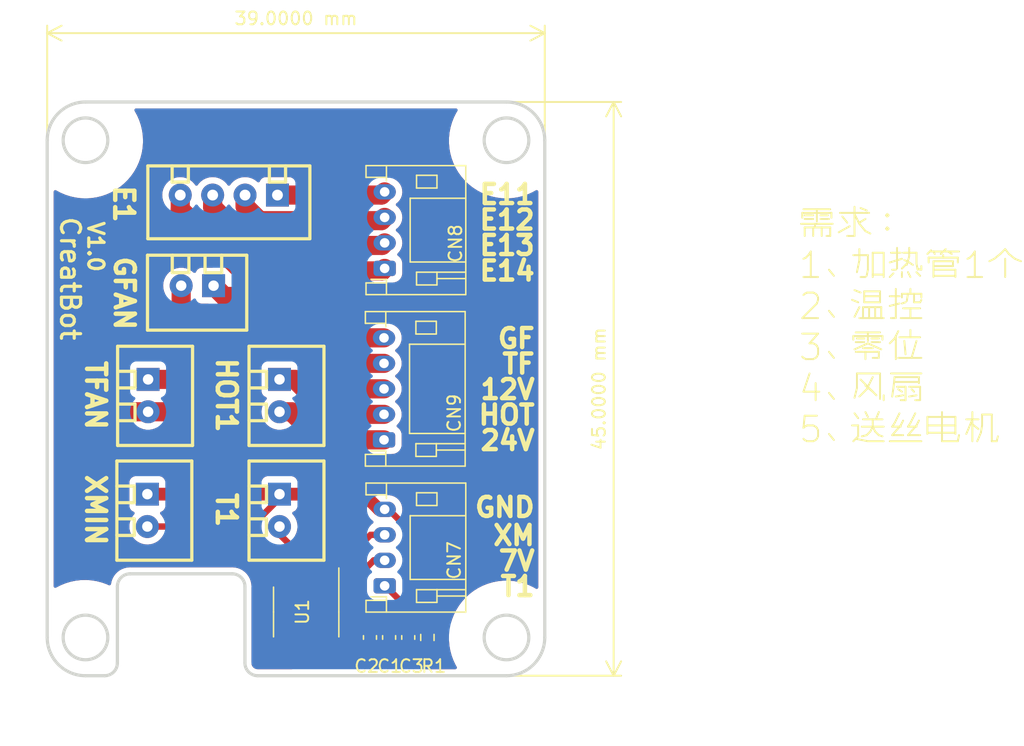
<source format=kicad_pcb>
(kicad_pcb (version 20211014) (generator pcbnew)

  (general
    (thickness 1.6)
  )

  (paper "A4")
  (title_block
    (title "PK250机头板")
    (date "2022-08-12")
    (rev "1.0")
    (company "CreatBot")
  )

  (layers
    (0 "F.Cu" signal)
    (31 "B.Cu" signal)
    (32 "B.Adhes" user "B.Adhesive")
    (33 "F.Adhes" user "F.Adhesive")
    (34 "B.Paste" user)
    (35 "F.Paste" user)
    (36 "B.SilkS" user "B.Silkscreen")
    (37 "F.SilkS" user "F.Silkscreen")
    (38 "B.Mask" user)
    (39 "F.Mask" user)
    (40 "Dwgs.User" user "User.Drawings")
    (41 "Cmts.User" user "User.Comments")
    (42 "Eco1.User" user "User.Eco1")
    (43 "Eco2.User" user "User.Eco2")
    (44 "Edge.Cuts" user)
    (45 "Margin" user)
    (46 "B.CrtYd" user "B.Courtyard")
    (47 "F.CrtYd" user "F.Courtyard")
    (48 "B.Fab" user)
    (49 "F.Fab" user)
    (50 "User.1" user)
    (51 "User.2" user)
    (52 "User.3" user)
    (53 "User.4" user)
    (54 "User.5" user)
    (55 "User.6" user)
    (56 "User.7" user)
    (57 "User.8" user)
    (58 "User.9" user)
  )

  (setup
    (stackup
      (layer "F.SilkS" (type "Top Silk Screen"))
      (layer "F.Paste" (type "Top Solder Paste"))
      (layer "F.Mask" (type "Top Solder Mask") (thickness 0.01))
      (layer "F.Cu" (type "copper") (thickness 0.035))
      (layer "dielectric 1" (type "core") (thickness 1.51) (material "FR4") (epsilon_r 4.5) (loss_tangent 0.02))
      (layer "B.Cu" (type "copper") (thickness 0.035))
      (layer "B.Mask" (type "Bottom Solder Mask") (thickness 0.01))
      (layer "B.Paste" (type "Bottom Solder Paste"))
      (layer "B.SilkS" (type "Bottom Silk Screen"))
      (copper_finish "None")
      (dielectric_constraints no)
    )
    (pad_to_mask_clearance 0)
    (pcbplotparams
      (layerselection 0x00010fc_ffffffff)
      (disableapertmacros false)
      (usegerberextensions false)
      (usegerberattributes true)
      (usegerberadvancedattributes true)
      (creategerberjobfile false)
      (svguseinch false)
      (svgprecision 6)
      (excludeedgelayer true)
      (plotframeref false)
      (viasonmask false)
      (mode 1)
      (useauxorigin false)
      (hpglpennumber 1)
      (hpglpenspeed 20)
      (hpglpendiameter 15.000000)
      (dxfpolygonmode true)
      (dxfimperialunits true)
      (dxfusepcbnewfont true)
      (psnegative false)
      (psa4output false)
      (plotreference true)
      (plotvalue true)
      (plotinvisibletext false)
      (sketchpadsonfab false)
      (subtractmaskfromsilk false)
      (outputformat 1)
      (mirror false)
      (drillshape 0)
      (scaleselection 1)
      (outputdirectory "Gerber/")
    )
  )

  (net 0 "")
  (net 1 "GNDA")
  (net 2 "+7.5V")
  (net 3 "Net-(R1-Pad1)")
  (net 4 "/T1")
  (net 5 "/KT1")
  (net 6 "unconnected-(U1-Pad2)")
  (net 7 "+24V")
  (net 8 "+12V")
  (net 9 "/X_MIN")
  (net 10 "/HOT1")
  (net 11 "/T_FAN")
  (net 12 "/G_GAN")
  (net 13 "/E1_A1")
  (net 14 "/E1_A2")
  (net 15 "/E1_B1")
  (net 16 "/E1_B2")

  (footprint "连接器:XH2.54-2P-L" (layer "F.Cu") (at 168.858501 99.684 -90))

  (footprint "Resistor_SMD:R_0603_1608Metric" (layer "F.Cu") (at 177 113.5 90))

  (footprint "Connector_JST:JST_PH_S5B-PH-K_1x05_P2.00mm_Horizontal" (layer "F.Cu") (at 173.6 98 90))

  (footprint "连接器:XH2.54-2P-L" (layer "F.Cu") (at 162.816 89.358501 180))

  (footprint "Connector_JST:JST_PH_S4B-PH-K_1x04_P2.00mm_Horizontal" (layer "F.Cu") (at 173.65 84.55 90))

  (footprint "Capacitor_SMD:C_0603_1608Metric" (layer "F.Cu") (at 174 113.5 90))

  (footprint "连接器:XH2.54-2P-L" (layer "F.Cu") (at 158.5 99.684 -90))

  (footprint "Capacitor_SMD:C_0603_1608Metric" (layer "F.Cu") (at 175.5 113.5 90))

  (footprint "Connector_JST:JST_PH_S4B-PH-K_1x04_P2.00mm_Horizontal" (layer "F.Cu") (at 173.65 109.45 90))

  (footprint "连接器:XH2.54-4P-L" (layer "F.Cu") (at 167.788651 82.365849 180))

  (footprint "Capacitor_SMD:C_0603_1608Metric" (layer "F.Cu") (at 172.5 113.5 90))

  (footprint "连接器:XH2.54-2P-L" (layer "F.Cu") (at 158.558501 90.684 -90))

  (footprint "连接器:XH2.54-2P-L" (layer "F.Cu") (at 168.858501 90.684 -90))

  (footprint "Package_SO:SOIC-8_3.9x4.9mm_P1.27mm" (layer "F.Cu") (at 167.5 111.5 -90))

  (gr_line (start 150.2 116.5) (end 151.7 116.5) (layer "Edge.Cuts") (width 0.25) (tstamp 17c8158f-c231-4b27-940d-62f4b6848614))
  (gr_arc (start 152.7 115.5) (mid 152.407107 116.207107) (end 151.7 116.5) (layer "Edge.Cuts") (width 0.25) (tstamp 3c93a670-5331-4fbc-92fa-b3184974d7ff))
  (gr_circle (center 183.2 74.5) (end 184.95 74.5) (layer "Edge.Cuts") (width 0.25) (fill none) (tstamp 5800f689-ab56-4565-80ab-222e289edf00))
  (gr_line (start 163.7 116.5) (end 183.2 116.5) (layer "Edge.Cuts") (width 0.25) (tstamp 59cc5406-2a96-4286-99fe-2e7aba911149))
  (gr_circle (center 150.2 113.5) (end 151.95 113.5) (layer "Edge.Cuts") (width 0.25) (fill none) (tstamp 849fd24f-2dd4-4284-a7d2-ba4e2ae64da9))
  (gr_circle (center 150.2 74.5) (end 151.95 74.5) (layer "Edge.Cuts") (width 0.25) (fill none) (tstamp 959c2401-3ea3-4ca8-ab9c-d50678f756d9))
  (gr_line (start 186.2 113.5) (end 186.2 74.5) (layer "Edge.Cuts") (width 0.25) (tstamp 989c00bc-7ad1-4f69-a415-a3acf19781b0))
  (gr_arc (start 183.2 71.5) (mid 185.32132 72.37868) (end 186.2 74.5) (layer "Edge.Cuts") (width 0.25) (tstamp 9b727306-2c7a-417b-95d7-3f8ac85f30eb))
  (gr_line (start 147.2 74.5) (end 147.2 113.5) (layer "Edge.Cuts") (width 0.25) (tstamp 9b9cf895-0351-4691-8e76-40f9081a02bc))
  (gr_arc (start 161.7 108.507107) (mid 162.407107 108.8) (end 162.7 109.507107) (layer "Edge.Cuts") (width 0.25) (tstamp a32018f2-4d7f-462c-8c3c-43bad45b1f16))
  (gr_line (start 162.7 115.5) (end 162.7 109.507107) (layer "Edge.Cuts") (width 0.25) (tstamp ae331afc-178f-47ad-aad2-cf7fb3d5d493))
  (gr_arc (start 186.2 113.5) (mid 185.32132 115.62132) (end 183.2 116.5) (layer "Edge.Cuts") (width 0.25) (tstamp b323cc4b-b5da-407a-b669-742c1a72e6bd))
  (gr_line (start 183.2 71.5) (end 150.2 71.5) (layer "Edge.Cuts") (width 0.25) (tstamp bc365cc0-9a6c-4b9f-8316-99d2390f2ee1))
  (gr_line (start 152.7 109.507107) (end 152.7 115.5) (layer "Edge.Cuts") (width 0.25) (tstamp c8c98589-87cd-4078-8275-84ea9639cfca))
  (gr_arc (start 147.2 74.5) (mid 148.07868 72.37868) (end 150.2 71.5) (layer "Edge.Cuts") (width 0.25) (tstamp d33376bb-0405-410f-af4a-9aa8421421f2))
  (gr_arc (start 152.7 109.507107) (mid 152.992893 108.8) (end 153.7 108.507107) (layer "Edge.Cuts") (width 0.25) (tstamp eb9fa18d-ec49-4d08-813d-82359526ed39))
  (gr_arc (start 163.7 116.5) (mid 162.992893 116.207107) (end 162.7 115.5) (layer "Edge.Cuts") (width 0.25) (tstamp ef069af7-070a-4bf4-a12d-2727ae9a0c04))
  (gr_arc (start 150.2 116.5) (mid 148.07868 115.62132) (end 147.2 113.5) (layer "Edge.Cuts") (width 0.25) (tstamp f21a8d93-fff5-42b6-8167-89256bdc4f66))
  (gr_circle (center 183.2 113.5) (end 184.95 113.5) (layer "Edge.Cuts") (width 0.25) (fill none) (tstamp f3fd8bce-37e4-40c3-8bc2-3898de80bce4))
  (gr_line (start 161.7 108.507107) (end 153.7 108.507107) (layer "Edge.Cuts") (width 0.25) (tstamp fd9c3bbd-adf6-4901-8023-24ccc62b795b))
  (gr_text "T1\n" (at 184.071428 109.5) (layer "F.SilkS") (tstamp 0a9cdd8e-2988-4b03-abb3-c68e04fb2c52)
    (effects (font (size 1.5 1.5) (thickness 0.35)))
  )
  (gr_text "E11\n" (at 183.25 78.75) (layer "F.SilkS") (tstamp 0d477151-10e2-4036-903f-c7d2cdebab46)
    (effects (font (size 1.5 1.5) (thickness 0.35)))
  )
  (gr_text "CreatBot\n" (at 149 85.35 270) (layer "F.SilkS") (tstamp 2ea641e2-38e3-4ff4-8a23-4d43ddc11109)
    (effects (font (size 1.5 1.5) (thickness 0.25)))
  )
  (gr_text "XM\n" (at 183.785714 105.5) (layer "F.SilkS") (tstamp 32c5aa8a-e478-4993-9e3b-6a395bddc6c0)
    (effects (font (size 1.5 1.5) (thickness 0.35)))
  )
  (gr_text "HOT\n" (at 183.214286 96.05) (layer "F.SilkS") (tstamp 3f0c340d-6d95-429c-8662-de835bfe18af)
    (effects (font (size 1.5 1.5) (thickness 0.35)))
  )
  (gr_text "TFAN\n" (at 151 94.5 270) (layer "F.SilkS") (tstamp 4e563cbe-d24d-4bbe-859d-170094f752e1)
    (effects (font (size 1.5 1.5) (thickness 0.35)))
  )
  (gr_text "TF\n" (at 184.142857 92.05) (layer "F.SilkS") (tstamp 5417834d-5d04-466a-9648-e92301bd6d63)
    (effects (font (size 1.5 1.5) (thickness 0.35)))
  )
  (gr_text "E12\n" (at 183.25 80.75) (layer "F.SilkS") (tstamp 6c1d568e-ba9c-4086-bb95-d3e41ba340cb)
    (effects (font (size 1.5 1.5) (thickness 0.35)))
  )
  (gr_text "E1\n\n" (at 152 79.5 270) (layer "F.SilkS") (tstamp ae572bb2-edae-44bb-a8db-ed20df478caa)
    (effects (font (size 1.5 1.5) (thickness 0.35)))
  )
  (gr_text "需求：\n1、加热管1个\n2、温控\n3、零位\n4、风扇\n5、送丝电机\n\n" (at 206 90.75) (layer "F.SilkS") (tstamp b6eeeb7b-5e71-4372-995f-313ffc9ee70a)
    (effects (font (size 2 2) (thickness 0.15)) (justify left))
  )
  (gr_text "7V\n" (at 184 107.5) (layer "F.SilkS") (tstamp bc4ae45f-d6e1-4c45-adbd-342f5ed838cc)
    (effects (font (size 1.5 1.5) (thickness 0.35)))
  )
  (gr_text "XMIN" (at 151 103.5 270) (layer "F.SilkS") (tstamp c4d67e97-83f1-4b1e-ba60-dedd04791abd)
    (effects (font (size 1.5 1.5) (thickness 0.35)))
  )
  (gr_text "E13\n" (at 183.25 82.75) (layer "F.SilkS") (tstamp c88fd157-3a06-4dca-aff1-64cd70c2afdd)
    (effects (font (size 1.5 1.5) (thickness 0.35)))
  )
  (gr_text "HOT1\n" (at 161.25 94.5 270) (layer "F.SilkS") (tstamp c9627114-f6c7-4c4f-ac0c-5ab75f1f0d80)
    (effects (font (size 1.5 1.5) (thickness 0.35)))
  )
  (gr_text "V1.0\n" (at 151 82.85 270) (layer "F.SilkS") (tstamp cd0e7082-55a5-4cb8-9e88-f00d294055e0)
    (effects (font (size 1.2 1.2) (thickness 0.25)))
  )
  (gr_text "T1\n" (at 161.25 103.5 270) (layer "F.SilkS") (tstamp d3e7365a-d1af-4293-a807-f6ea42ce4611)
    (effects (font (size 1.5 1.5) (thickness 0.35)))
  )
  (gr_text "GF" (at 183.964286 90.05) (layer "F.SilkS") (tstamp d8cfc6b3-7f0b-4c2f-88c7-6f25b6f7fa27)
    (effects (font (size 1.5 1.5) (thickness 0.35)))
  )
  (gr_text "GFAN" (at 153.25 86.5 270) (layer "F.SilkS") (tstamp de57abdf-2e54-4de9-bd20-e2569704f826)
    (effects (font (size 1.5 1.5) (thickness 0.35)))
  )
  (gr_text "24V\n" (at 183.285714 98.05) (layer "F.SilkS") (tstamp ebdaa768-965c-4b08-bd99-ceb466003ee3)
    (effects (font (size 1.5 1.5) (thickness 0.35)))
  )
  (gr_text "12V\n" (at 183.285714 94.05) (layer "F.SilkS") (tstamp ed6c14ed-4010-44e5-8756-b3bd43409384)
    (effects (font (size 1.5 1.5) (thickness 0.35)))
  )
  (gr_text "E14\n" (at 183.25 84.75) (layer "F.SilkS") (tstamp f5249e13-8a2e-443e-9a4a-72486507d5bc)
    (effects (font (size 1.5 1.5) (thickness 0.35)))
  )
  (gr_text "GND\n\n" (at 183.071428 104.5) (layer "F.SilkS") (tstamp f930fe67-aab7-4def-a615-bdf4f0fd59a8)
    (effects (font (size 1.5 1.5) (thickness 0.35)))
  )
  (dimension (type aligned) (layer "F.SilkS") (tstamp 75b539f6-3548-4cab-99e7-1a282b19e902)
    (pts (xy 183.2 71.5) (xy 183.2 116.5))
    (height -8.4)
    (gr_text "45.0000 mm" (at 190.45 94 90) (layer "F.SilkS") (tstamp 75b539f6-3548-4cab-99e7-1a282b19e902)
      (effects (font (size 1 1) (thickness 0.15)))
    )
    (format (units 3) (units_format 1) (precision 4))
    (style (thickness 0.15) (arrow_length 1.27) (text_position_mode 0) (extension_height 0.58642) (extension_offset 0.5) keep_text_aligned)
  )
  (dimension (type aligned) (layer "F.SilkS") (tstamp d1b321c3-c8c9-4374-97f5-b72b8874dad2)
    (pts (xy 147.2 74.5) (xy 186.2 74.5))
    (height -8.4)
    (gr_text "39.0000 mm" (at 166.7 64.95) (layer "F.SilkS") (tstamp d1b321c3-c8c9-4374-97f5-b72b8874dad2)
      (effects (font (size 1 1) (thickness 0.15)))
    )
    (format (units 3) (units_format 1) (precision 4))
    (style (thickness 0.15) (arrow_length 1.27) (text_position_mode 0) (extension_height 0.58642) (extension_offset 0.5) keep_text_aligned)
  )

  (segment (start 172.2 113.975) (end 172.5 114.275) (width 0.25) (layer "F.Cu") (net 1) (tstamp 1ec4d9ce-0fb9-451a-ab26-10da26bdd28b))
  (segment (start 175.5 114.275) (end 176.275 113.5) (width 0.5) (layer "F.Cu") (net 1) (tstamp 29e2268d-4416-4d69-a397-b00a3b7a5bca))
  (segment (start 155.05 102.259) (end 165.408501 102.259) (width 1) (layer "F.Cu") (net 1) (tstamp 2b497752-2393-4aa5-ad9e-baf2c32ec5f7))
  (segment (start 165.408501 102.259) (end 172.009 102.259) (width 1) (layer "F.Cu") (net 1) (tstamp 33994ddc-1058-4db9-b766-a814c9b12934))
  (segment (start 169.405 113.975) (end 172.2 113.975) (width 0.5) (layer "F.Cu") (net 1) (tstamp 3aa15b7c-8409-4633-93d1-1a77aab3348a))
  (segment (start 172.5 114.275) (end 175.5 114.275) (width 0.5) (layer "F.Cu") (net 1) (tstamp 3ba50f54-4c0b-44a0-9fbf-926a1f041803))
  (segment (start 173.2 103.45) (end 173.7 103.45) (width 1) (layer "F.Cu") (net 1) (tstamp 3c0851c9-dcae-43d6-b72e-3f2f8b937dd8))
  (segment (start 166.865 109.025) (end 165.595 109.025) (width 0.5) (layer "F.Cu") (net 1) (tstamp 46154a1f-da16-429d-bd0c-9eb5eb1c3da1))
  (segment (start 172.009 102.259) (end 173.2 103.45) (width 1) (layer "F.Cu") (net 1) (tstamp 4ec4e04f-5d30-4775-9fb1-475c6eeb7207))
  (segment (start 165.595 109.025) (end 165.595 107.345) (width 0.5) (layer "F.Cu") (net 1) (tstamp 61e9efea-61e6-4432-8f7d-a550402a984a))
  (segment (start 165.408501 102.591499) (end 165.408501 102.259) (width 0.5) (layer "F.Cu") (net 1) (tstamp 68249814-e563-4134-9438-0de3b203c3b9))
  (segment (start 165.595 107.345) (end 163.75 105.5) (width 0.5) (layer "F.Cu") (net 1) (tstamp 6ccda7a8-55a4-4eae-91d5-4d4b2beeaa29))
  (segment (start 175.5 105) (end 173.95 103.45) (width 0.5) (layer "F.Cu") (net 1) (tstamp 72e755e9-85a8-4fae-92d5-1e8b419c7e3e))
  (segment (start 178 113.25) (end 178 111.75) (width 0.5) (layer "F.Cu") (net 1) (tstamp 74bee009-c9d5-4efc-a784-1080c56ecac5))
  (segment (start 173.95 103.45) (end 173.7 103.45) (width 0.25) (layer "F.Cu") (net 1) (tstamp 866f0532-b122-4264-98dd-637794e2fad2))
  (segment (start 175.5 109.25) (end 175.5 105) (width 0.5) (layer "F.Cu") (net 1) (tstamp ac4a999b-d7a3-41cc-a60e-05afe8f0fec1))
  (segment (start 178 111.75) (end 175.5 109.25) (width 0.5) (layer "F.Cu") (net 1) (tstamp d27562e9-5765-431f-be82-8f58ffe3c66b))
  (segment (start 163.75 104.25) (end 165.408501 102.591499) (width 0.5) (layer "F.Cu") (net 1) (tstamp e14597f2-c492-4b8d-8814-36a7adf8445a))
  (segment (start 163.75 105.5) (end 163.75 104.25) (width 0.5) (layer "F.Cu") (net 1) (tstamp f0a7b7ab-ddae-434f-8897-9d92a51736d4))
  (segment (start 177.75 113.5) (end 178 113.25) (width 0.5) (layer "F.Cu") (net 1) (tstamp f8d08daf-b691-458b-b8ca-8b89cb490889))
  (segment (start 176.275 113.5) (end 177.75 113.5) (width 0.5) (layer "F.Cu") (net 1) (tstamp fa26abbb-43c8-435a-a481-ac8b2ecdd068))
  (segment (start 172 112.225) (end 172.5 112.725) (width 0.5) (layer "F.Cu") (net 2) (tstamp 08be49f4-df3f-447e-aa66-daf4e538e4b3))
  (segment (start 173.7 107.45) (end 172.8 107.45) (width 0.5) (layer "F.Cu") (net 2) (tstamp 304e9543-61f4-40ba-af0b-74fc03891782))
  (segment (start 172.5 112.725) (end 173.95 112.725) (width 0.5) (layer "F.Cu") (net 2) (tstamp 6222cc44-1db1-4d67-aa36-acfd1a7beabe))
  (segment (start 172.5 112.725) (end 172.025 112.25) (width 0.5) (layer "F.Cu") (net 2) (tstamp 67c5dcb3-89eb-42ff-80ec-1c13fee344f2))
  (segment (start 172 108.25) (end 172 112.225) (width 0.5) (layer "F.Cu") (net 2) (tstamp 959717ff-19fb-4e80-8813-4c2c2b42e652))
  (segment (start 172.025 112.25) (end 168.75 112.25) (width 0.5) (layer "F.Cu") (net 2) (tstamp c3dcdd03-94c8-4753-8b84-db1fe0180f28))
  (segment (start 168.135 112.865) (end 168.135 113.975) (width 0.5) (layer "F.Cu") (net 2) (tstamp d7369803-8a87-4380-b6c5-94a9580668d2))
  (segment (start 168.75 112.25) (end 168.135 112.865) (width 0.5) (layer "F.Cu") (net 2) (tstamp d86cc37b-a4ee-41b7-bda4-6e0ae35eb6e9))
  (segment (start 172.8 107.45) (end 172 108.25) (width 0.5) (layer "F.Cu") (net 2) (tstamp d968814c-1f72-43bc-82c9-d8efa89def8a))
  (segment (start 166.865 115.115) (end 167.25 115.5) (width 0.5) (layer "F.Cu") (net 3) (tstamp 2764f363-b135-4ec9-82d0-0395e3a12d2e))
  (segment (start 167.25 115.5) (end 176 115.5) (width 0.5) (layer "F.Cu") (net 3) (tstamp 457a1b29-e31d-4eda-9b0f-8d09644a0465))
  (segment (start 165.595 113.975) (end 166.865 113.975) (width 0.5) (layer "F.Cu") (net 3) (tstamp 4ef79145-b936-4686-8309-e21ff5780ce9))
  (segment (start 177 114.5) (end 177 114.325) (width 0.25) (layer "F.Cu") (net 3) (tstamp 5c5c2b50-8c45-4297-8b1b-9302dac7f051))
  (segment (start 166.865 113.975) (end 166.865 115.115) (width 0.5) (layer "F.Cu") (net 3) (tstamp 913c2fbe-3cc6-4a59-9afd-ffcbca76f892))
  (segment (start 176 115.5) (end 177 114.5) (width 0.5) (layer "F.Cu") (net 3) (tstamp b2e69bbb-6ed0-49c0-ac2f-8f287dbac60b))
  (segment (start 177 112.675) (end 175.55 112.675) (width 0.5) (layer "F.Cu") (net 4) (tstamp 0a356fce-1762-439d-8f40-8b18918de7e7))
  (segment (start 175.55 112.675) (end 175.5 112.725) (width 0.25) (layer "F.Cu") (net 4) (tstamp 49a92586-5ea2-4345-bea1-a781fb88bc30))
  (segment (start 175.5 111.25) (end 173.7 109.45) (width 0.5) (layer "F.Cu") (net 4) (tstamp 69ff58c2-77c4-4989-ac31-7d9d8f66b42b))
  (segment (start 175.5 112.725) (end 175.5 111.25) (width 0.5) (layer "F.Cu") (net 4) (tstamp e496ce12-2b1a-4d46-b701-3c96fa436a8b))
  (segment (start 167.25 107.25) (end 168.75 107.25) (width 0.5) (layer "F.Cu") (net 5) (tstamp 0a6711bc-d2a9-4050-a2a9-de8441a178af))
  (segment (start 165.408501 105.408501) (end 167.25 107.25) (width 0.5) (layer "F.Cu") (net 5) (tstamp 5e5da4c3-eb66-47c5-85eb-153835c26a82))
  (segment (start 169.405 107.905) (end 169.405 109.025) (width 0.5) (layer "F.Cu") (net 5) (tstamp 761bef6a-e6ba-488e-8bdf-c6cd09e303ca))
  (segment (start 165.408501 104.799) (end 165.408501 105.408501) (width 0.5) (layer "F.Cu") (net 5) (tstamp a0753c66-b7cb-4577-9cd4-5a555da64229))
  (segment (start 168.75 107.25) (end 169.405 107.905) (width 0.5) (layer "F.Cu") (net 5) (tstamp a87aa0b2-d8db-4c94-b36e-28f39c2eecfa))
  (segment (start 165.408501 95.799) (end 166.349 95.799) (width 1.5) (layer "F.Cu") (net 7) (tstamp 8f20b9b7-598e-45ef-b1b3-920cd9869284))
  (segment (start 166.349 95.799) (end 168.55 98) (width 1.5) (layer "F.Cu") (net 7) (tstamp 9b190add-b82b-45fb-b5ab-18d7e2cf0e11))
  (segment (start 168.55 98) (end 173.6 98) (width 1.5) (layer "F.Cu") (net 7) (tstamp b15c5a5c-d20e-40fc-8b25-221a86cbd756))
  (segment (start 157.701 90.049) (end 156.75 91) (width 1.5) (layer "F.Cu") (net 8) (tstamp 0c8e74d5-d555-46f4-9306-36830f194c4c))
  (segment (start 163.25 90.75) (end 166.75 90.75) (width 1.5) (layer "F.Cu") (net 8) (tstamp 151bbca8-7f85-4f8c-8911-e9ab099bd8ec))
  (segment (start 152.5 94.75) (end 153.549 95.799) (width 1.5) (layer "F.Cu") (net 8) (tstamp 26975eb0-cd41-40b4-901b-cdf3982345cb))
  (segment (start 162.5 93.5) (end 162.5 91.5) (width 1.5) (layer "F.Cu") (net 8) (tstamp 360fe4ac-4fe5-489b-964d-077e4ed145a7))
  (segment (start 153.414499 91) (end 152.5 91.914499) (width 1.5) (layer "F.Cu") (net 8) (tstamp 3e94d70b-8bf2-445f-a4bc-1eb112f12d93))
  (segment (start 170 94) (end 173.6 94) (width 1.5) (layer "F.Cu") (net 8) (tstamp 60f8739c-4df8-4ba0-b5b3-c2d790c12ffc))
  (segment (start 152.5 91.914499) (end 152.5 94.75) (width 1.5) (layer "F.Cu") (net 8) (tstamp 6c9fe5dc-e1ff-4e69-a4d8-4c25ef015c5c))
  (segment (start 153.549 95.799) (end 155.108501 95.799) (width 1.5) (layer "F.Cu") (net 8) (tstamp 7890411b-98e7-4dd0-8aa4-b02c6ff9c403))
  (segment (start 160.201 95.799) (end 162.5 93.5) (width 1.5) (layer "F.Cu") (net 8) (tstamp 93975b7d-e046-448e-8f6c-c756c1df9c63))
  (segment (start 156.75 91) (end 153.414499 91) (width 1.5) (layer "F.Cu") (net 8) (tstamp 9ef3c5eb-4aa1-4f7e-8fd7-9e6e98c680e8))
  (segment (start 162.5 91.5) (end 163.25 90.75) (width 1.5) (layer "F.Cu") (net 8) (tstamp ba4f7598-c226-4e31-97f9-4769e20c31ce))
  (segment (start 157.701 85.908501) (end 157.701 90.049) (width 1.5) (layer "F.Cu") (net 8) (tstamp def8bee2-dc7c-4f89-95e9-0dcffb536d27))
  (segment (start 166.75 90.75) (end 170 94) (width 1.5) (layer "F.Cu") (net 8) (tstamp fe26c5f5-21e0-4b30-9ab6-4ff87625bb2f))
  (segment (start 155.108501 95.799) (end 160.201 95.799) (width 1.5) (layer "F.Cu") (net 8) (tstamp fe2ed761-887f-4aa3-8966-ccaa0de8df05))
  (segment (start 164.5 110) (end 165 110.5) (width 0.5) (layer "F.Cu") (net 9) (tstamp 08ad3031-5a10-4664-8b72-e6c80d0e9eb0))
  (segment (start 171.25 106.75) (end 172.55 105.45) (width 0.5) (layer "F.Cu") (net 9) (tstamp 0b74fedb-014a-4d5b-9be0-2c14ee5c9778))
  (segment (start 164.5 107.5) (end 164.5 110) (width 0.5) (layer "F.Cu") (net 9) (tstamp 20f99966-de24-4488-ab81-d901ff57f905))
  (segment (start 171.25 109.25) (end 171.25 106.75) (width 0.5) (layer "F.Cu") (net 9) (tstamp 2319165a-22d6-4341-911b-78663be31a9a))
  (segment (start 161.799 104.799) (end 164.5 107.5) (width 0.5) (layer "F.Cu") (net 9) (tstamp 312fa43b-7cfb-4438-b73d-1c0c713170f2))
  (segment (start 155.05 104.799) (end 161.799 104.799) (width 0.5) (layer "F.Cu") (net 9) (tstamp 3e6ebec1-1637-4dff-85d1-29ba0cec9861))
  (segment (start 165 110.5) (end 170 110.5) (width 0.5) (layer "F.Cu") (net 9) (tstamp 7c74c2d3-a44a-47d1-b60e-d5565c26b1f7))
  (segment (start 170 110.5) (end 171.25 109.25) (width 0.5) (layer "F.Cu") (net 9) (tstamp d2106236-e883-4348-92c6-4fc795573333))
  (segment (start 172.55 105.45) (end 173.7 105.45) (width 0.5) (layer "F.Cu") (net 9) (tstamp fdf7a6ae-317c-40ae-9f10-a894a2a2db8f))
  (segment (start 165.408501 93.259) (end 166.609 93.259) (width 1.5) (layer "F.Cu") (net 10) (tstamp 465cc24e-9adb-4136-bfa2-e1038ba8ed8f))
  (segment (start 166.609 93.259) (end 169.35 96) (width 1.5) (layer "F.Cu") (net 10) (tstamp 826e2e26-d4aa-4e0b-9a1a-1278c62b24b4))
  (segment (start 169.35 96) (end 173.6 96) (width 1.5) (layer "F.Cu") (net 10) (tstamp df4d6e00-3a82-40b9-b58a-a910e4a7dc8a))
  (segment (start 169.4 90.55) (end 170.85 92) (width 1.5) (layer "F.Cu") (net 11) (tstamp 2cb3b5b9-6d1f-424b-a0ae-b3f984e323d9))
  (segment (start 170.85 92) (end 173.6 92) (width 1.5) (layer "F.Cu") (net 11) (tstamp 4f4595d2-f094-44fc-8e07-2bce58f99ffb))
  (segment (start 167.5 88.75) (end 169.3 90.55) (width 1.5) (layer "F.Cu") (net 11) (tstamp 644c5f45-9ccf-4e8b-9169-abc775c80b8d))
  (segment (start 160.5 92.5) (end 160.5 90.5) (width 1.5) (layer "F.Cu") (net 11) (tstamp 6ae65088-22b6-45e5-b74c-8436ea0b4768))
  (segment (start 160.5 90.5) (end 162.25 88.75) (width 1.5) (layer "F.Cu") (net 11) (tstamp 9a1b58bb-2d4c-4260-973e-f1fc8787faaf))
  (segment (start 162.25 88.75) (end 167.5 88.75) (width 1.5) (layer "F.Cu") (net 11) (tstamp a6e82fa0-3250-447c-8899-1907ebd5f327))
  (segment (start 155.108501 93.259) (end 159.741 93.259) (width 1.5) (layer "F.Cu") (net 11) (tstamp b544a39b-0e14-4513-abdd-76431f80d7bc))
  (segment (start 169.3 90.55) (end 169.4 90.55) (width 1.5) (layer "F.Cu") (net 11) (tstamp d29f3803-7686-421a-8791-0552ba9dbcce))
  (segment (start 159.741 93.259) (end 160.5 92.5) (width 1.5) (layer "F.Cu") (net 11) (tstamp f0cc4324-40d8-4d6b-925c-1fc6b36730d4))
  (segment (start 161.082499 86.75) (end 168.25 86.75) (width 1.5) (layer "F.Cu") (net 12) (tstamp 0ad3bc70-4e98-475f-8b44-d6d3fb419fe6))
  (segment (start 160.241 85.908501) (end 161.082499 86.75) (width 1.5) (layer "F.Cu") (net 12) (tstamp 33b078ee-02d1-41e3-8374-fbe59b30eeaf))
  (segment (start 171.5 90) (end 173.6 90) (width 1.5) (layer "F.Cu") (net 12) (tstamp 51414e8e-89ae-4cd7-b400-2351265e6504))
  (segment (start 168.25 86.75) (end 171.5 90) (width 1.5) (layer "F.Cu") (net 12) (tstamp b473afff-b615-4fe2-b8b1-ff4d0ac0a37d))
  (segment (start 173.45 84.75) (end 173.65 84.55) (width 1.5) (layer "F.Cu") (net 13) (tstamp 089bba32-966f-45f8-ab03-22c732db084d))
  (segment (start 157.62835 78.801152) (end 157.62835 79.927249) (width 1.5) (layer "F.Cu") (net 13) (tstamp 8a6a6491-c52a-45fe-8e50-97523ae613f9))
  (segment (start 157.62835 79.927249) (end 162.451101 84.75) (width 1.5) (layer "F.Cu") (net 13) (tstamp acfca171-5674-4714-b501-ddf5a2c530a4))
  (segment (start 162.451101 84.75) (end 173.45 84.75) (width 1.5) (layer "F.Cu") (net 13) (tstamp f86b8174-fb01-4553-a477-c54434c964c5))
  (segment (start 160.16835 79.7621) (end 163.15625 82.75) (width 1.5) (layer "F.Cu") (net 14) (tstamp 4e495f0a-d34a-4199-9914-b6970417a21f))
  (segment (start 160.16835 78.801152) (end 160.16835 79.7621) (width 1.5) (layer "F.Cu") (net 14) (tstamp 96d85031-7d43-49c6-8683-f5036f63a35a))
  (segment (start 173.45 82.75) (end 173.65 82.55) (width 1.5) (layer "F.Cu") (net 14) (tstamp 9ab29eef-3fa3-4d8b-8e5a-afbec7e51579))
  (segment (start 163.15625 82.75) (end 173.45 82.75) (width 1.5) (layer "F.Cu") (net 14) (tstamp fce3f8cc-cc44-4d67-b518-a3f6f4913055))
  (segment (start 163.835813 80.806649) (end 173.393351 80.806649) (width 1.5) (layer "F.Cu") (net 15) (tstamp 5a9c159b-0c7b-4e84-b90c-c187a56b4cae))
  (segment (start 162.70835 78.801152) (end 162.70835 79.679186) (width 1.5) (layer "F.Cu") (net 15) (tstamp c07d6dae-ee4f-464c-817c-4c64173b4fa3))
  (segment (start 173.393351 80.806649) (end 173.65 80.55) (width 1.5) (layer "F.Cu") (net 15) (tstamp c5634051-b659-4c73-9721-c9ca5f0b9291))
  (segment (start 162.70835 79.679186) (end 163.835813 80.806649) (width 1.5) (layer "F.Cu") (net 15) (tstamp cc643e9f-a2e7-48af-9d21-7d9b92274027))
  (segment (start 173.398848 78.801152) (end 173.65 78.55) (width 1.5) (layer "F.Cu") (net 16) (tstamp a36d2c70-41d8-4978-b03f-801872a0ebe4))
  (segment (start 165.24835 78.801152) (end 173.398848 78.801152) (width 1.5) (layer "F.Cu") (net 16) (tstamp bae3d413-68a7-43ce-baee-26548e0663f6))

  (zone (net 0) (net_name "") (layers F&B.Cu) (tstamp c942cf21-625a-4609-a6e1-99c7b6db11c2) (hatch edge 0.508)
    (connect_pads yes (clearance 0.508))
    (min_thickness 0.254) (filled_areas_thickness no)
    (fill yes (thermal_gap 0.508) (thermal_bridge_width 0.508) (island_removal_mode 1) (island_area_min 0))
    (polygon
      (pts
        (xy 193.5 69.5)
        (xy 193.5 114)
        (xy 189 122)
        (xy 151.5 122)
        (xy 143.5 117)
        (xy 143.5 80)
        (xy 150 64.5)
        (xy 155 63.5)
        (xy 184 63.5)
      )
    )
    (filled_polygon
      (layer "F.Cu")
      (island)
      (pts
        (xy 179.312553 72.028502)
        (xy 179.359046 72.082158)
        (xy 179.36915 72.152432)
        (xy 179.351518 72.200896)
        (xy 179.261745 72.345684)
        (xy 179.26173 72.345711)
        (xy 179.260227 72.348135)
        (xy 179.258947 72.350691)
        (xy 179.258942 72.3507)
        (xy 179.149635 72.568982)
        (xy 179.076881 72.714269)
        (xy 179.07584 72.716925)
        (xy 179.075837 72.716932)
        (xy 178.985561 72.94729)
        (xy 178.927473 73.095513)
        (xy 178.926681 73.09824)
        (xy 178.926677 73.098251)
        (xy 178.856715 73.339063)
        (xy 178.813233 73.488729)
        (xy 178.735101 73.890681)
        (xy 178.693721 74.29806)
        (xy 178.689433 74.707512)
        (xy 178.689662 74.710357)
        (xy 178.689662 74.71036)
        (xy 178.717465 75.05591)
        (xy 178.722273 75.115668)
        (xy 178.791969 75.519168)
        (xy 178.897949 75.914691)
        (xy 179.03934 76.29898)
        (xy 179.214979 76.668874)
        (xy 179.33226 76.867186)
        (xy 179.393473 76.970691)
        (xy 179.423418 77.021326)
        (xy 179.42508 77.02363)
        (xy 179.425081 77.023632)
        (xy 179.658307 77.347006)
        (xy 179.662944 77.353436)
        (xy 179.931584 77.662471)
        (xy 180.227126 77.945886)
        (xy 180.229344 77.947656)
        (xy 180.229349 77.947661)
        (xy 180.307966 78.01042)
        (xy 180.547139 78.201349)
        (xy 180.54952 78.202919)
        (xy 180.87236 78.415792)
        (xy 180.888989 78.426757)
        (xy 180.891519 78.428113)
        (xy 180.891518 78.428113)
        (xy 181.19834 78.59263)
        (xy 181.24986 78.620255)
        (xy 181.626784 78.78025)
        (xy 181.629522 78.781129)
        (xy 182.013931 78.904549)
        (xy 182.013935 78.90455)
        (xy 182.016657 78.905424)
        (xy 182.019447 78.906048)
        (xy 182.019452 78.906049)
        (xy 182.413477 78.994125)
        (xy 182.413488 78.994127)
        (xy 182.416271 78.994749)
        (xy 182.822335 79.047487)
        (xy 183.231509 79.063206)
        (xy 183.234371 79.063056)
        (xy 183.234372 79.063056)
        (xy 183.637566 79.041926)
        (xy 183.637573 79.041925)
        (xy 183.640422 79.041776)
        (xy 183.643245 79.041369)
        (xy 183.643247 79.041369)
        (xy 184.042889 78.98378)
        (xy 184.042896 78.983779)
        (xy 184.045711 78.983373)
        (xy 184.444038 78.888478)
        (xy 184.446736 78.88757)
        (xy 184.446743 78.887568)
        (xy 184.829414 78.758785)
        (xy 184.82942 78.758783)
        (xy 184.832126 78.757872)
        (xy 185.206779 78.59263)
        (xy 185.209266 78.591252)
        (xy 185.209277 78.591246)
        (xy 185.504414 78.427649)
        (xy 185.573691 78.412118)
        (xy 185.640367 78.436506)
        (xy 185.683274 78.49307)
        (xy 185.6915 78.537851)
        (xy 185.6915 109.564258)
        (xy 185.671498 109.632379)
        (xy 185.617842 109.678872)
        (xy 185.547568 109.688976)
        (xy 185.50212 109.673157)
        (xy 185.293474 109.551722)
        (xy 185.293469 109.551719)
        (xy 185.291001 109.550283)
        (xy 185.056846 109.441095)
        (xy 184.922487 109.378442)
        (xy 184.922477 109.378438)
        (xy 184.919891 109.377232)
        (xy 184.778314 109.326261)
        (xy 184.537314 109.239495)
        (xy 184.537305 109.239492)
        (xy 184.534624 109.238527)
        (xy 184.240506 109.161915)
        (xy 184.14114 109.136032)
        (xy 184.141134 109.136031)
        (xy 184.138371 109.135311)
        (xy 183.734395 109.068433)
        (xy 183.731552 109.068224)
        (xy 183.73155 109.068224)
        (xy 183.328865 109.038653)
        (xy 183.326019 109.038444)
        (xy 183.156043 109.041411)
        (xy 182.919458 109.04554)
        (xy 182.919453 109.04554)
        (xy 182.916607 109.04559)
        (xy 182.913774 109.045898)
        (xy 182.91377 109.045898)
        (xy 182.629157 109.076817)
        (xy 182.509527 109.089813)
        (xy 182.10813 109.170749)
        (xy 182.105402 109.171562)
        (xy 182.105391 109.171565)
        (xy 181.792867 109.264733)
        (xy 181.715721 109.287731)
        (xy 181.71306 109.288795)
        (xy 181.713058 109.288796)
        (xy 181.440694 109.397734)
        (xy 181.335529 109.439797)
        (xy 181.2326 109.492242)
        (xy 180.973227 109.624399)
        (xy 180.973222 109.624402)
        (xy 180.970684 109.625695)
        (xy 180.968265 109.627218)
        (xy 180.968262 109.62722)
        (xy 180.797436 109.734795)
        (xy 180.624189 109.843894)
        (xy 180.298896 110.092599)
        (xy 179.997483 110.369763)
        (xy 179.72243 110.673104)
        (xy 179.720706 110.675391)
        (xy 179.720705 110.675393)
        (xy 179.488751 110.983207)
        (xy 179.476002 111.000125)
        (xy 179.260227 111.348135)
        (xy 179.258947 111.350691)
        (xy 179.258942 111.3507)
        (xy 179.109009 111.650111)
        (xy 179.076881 111.714269)
        (xy 179.07584 111.716925)
        (xy 179.075837 111.716932)
        (xy 178.985561 111.94729)
        (xy 178.927473 112.095513)
        (xy 178.926681 112.09824)
        (xy 178.926677 112.098251)
        (xy 178.880497 112.257205)
        (xy 178.842284 112.31704)
        (xy 178.777788 112.346718)
        (xy 178.707485 112.336815)
        (xy 178.653697 112.290475)
        (xy 178.6335 112.222052)
        (xy 178.6335 111.828767)
        (xy 178.634027 111.817584)
        (xy 178.635702 111.810091)
        (xy 178.633562 111.742)
        (xy 178.6335 111.738043)
        (xy 178.6335 111.710144)
        (xy 178.632996 111.706153)
        (xy 178.632063 111.694311)
        (xy 178.630923 111.658036)
        (xy 178.630674 111.650111)
        (xy 178.628462 111.642497)
        (xy 178.628461 111.642492)
        (xy 178.625023 111.630659)
        (xy 178.621012 111.611295)
        (xy 178.619467 111.599064)
        (xy 178.618474 111.591203)
        (xy 178.615557 111.583836)
        (xy 178.615556 111.583831)
        (xy 178.602198 111.550092)
        (xy 178.598354 111.538865)
        (xy 178.593306 111.521492)
        (xy 178.586018 111.496407)
        (xy 178.580688 111.487395)
        (xy 178.575707 111.478972)
        (xy 178.567012 111.461224)
        (xy 178.559552 111.442383)
        (xy 178.533564 111.406613)
        (xy 178.527048 111.396693)
        (xy 178.50858 111.365465)
        (xy 178.508578 111.365462)
        (xy 178.504542 111.358638)
        (xy 178.490221 111.344317)
        (xy 178.47738 111.329283)
        (xy 178.470131 111.319306)
        (xy 178.465472 111.312893)
        (xy 178.431395 111.284702)
        (xy 178.422616 111.276712)
        (xy 176.170405 109.0245)
        (xy 176.136379 108.962188)
        (xy 176.1335 108.935405)
        (xy 176.1335 105.078767)
        (xy 176.134027 105.067584)
        (xy 176.135702 105.060091)
        (xy 176.134542 105.023173)
        (xy 176.133562 104.992014)
        (xy 176.1335 104.988055)
        (xy 176.1335 104.960144)
        (xy 176.132995 104.956144)
        (xy 176.132062 104.944301)
        (xy 176.130922 104.90803)
        (xy 176.130673 104.900111)
        (xy 176.125021 104.880657)
        (xy 176.121013 104.8613)
        (xy 176.119468 104.84907)
        (xy 176.119468 104.849069)
        (xy 176.118474 104.841203)
        (xy 176.11425 104.830534)
        (xy 176.102196 104.800088)
        (xy 176.098351 104.788858)
        (xy 176.088229 104.754017)
        (xy 176.088229 104.754016)
        (xy 176.086018 104.746407)
        (xy 176.081985 104.739588)
        (xy 176.081983 104.739583)
        (xy 176.075707 104.728972)
        (xy 176.067012 104.711224)
        (xy 176.059552 104.692383)
        (xy 176.033564 104.656613)
        (xy 176.027048 104.646693)
        (xy 176.00858 104.615465)
        (xy 176.008578 104.615462)
        (xy 176.004542 104.608638)
        (xy 175.990221 104.594317)
        (xy 175.97738 104.579283)
        (xy 175.970131 104.569306)
        (xy 175.965472 104.562893)
        (xy 175.931395 104.534702)
        (xy 175.922616 104.526712)
        (xy 175.06454 103.668636)
        (xy 175.030514 103.606324)
        (xy 175.028939 103.561461)
        (xy 175.036352 103.510337)
        (xy 175.036352 103.510333)
        (xy 175.037213 103.504396)
        (xy 175.027433 103.293101)
        (xy 174.977875 103.087466)
        (xy 174.890326 102.894913)
        (xy 174.767946 102.722389)
        (xy 174.61515 102.576119)
        (xy 174.437452 102.46138)
        (xy 174.377354 102.43716)
        (xy 174.246832 102.384558)
        (xy 174.246829 102.384557)
        (xy 174.241263 102.382314)
        (xy 174.033663 102.341772)
        (xy 174.028101 102.3415)
        (xy 173.569926 102.3415)
        (xy 173.501805 102.321498)
        (xy 173.480831 102.304596)
        (xy 172.765851 101.589617)
        (xy 172.756749 101.579473)
        (xy 172.736897 101.554782)
        (xy 172.733032 101.549975)
        (xy 172.694578 101.517708)
        (xy 172.690931 101.514528)
        (xy 172.689119 101.512885)
        (xy 172.686925 101.510691)
        (xy 172.653651 101.483358)
        (xy 172.652853 101.482696)
        (xy 172.581526 101.422846)
        (xy 172.576856 101.420278)
        (xy 172.572739 101.416897)
        (xy 172.490914 101.373023)
        (xy 172.489755 101.372394)
        (xy 172.413619 101.330538)
        (xy 172.413611 101.330535)
        (xy 172.408213 101.327567)
        (xy 172.403131 101.325955)
        (xy 172.398437 101.323438)
        (xy 172.309469 101.296238)
        (xy 172.308441 101.295918)
        (xy 172.219694 101.267765)
        (xy 172.214398 101.267171)
        (xy 172.209302 101.265613)
        (xy 172.116743 101.25621)
        (xy 172.115607 101.256089)
        (xy 172.081992 101.252319)
        (xy 172.06927 101.250892)
        (xy 172.069266 101.250892)
        (xy 172.065773 101.2505)
        (xy 172.062246 101.2505)
        (xy 172.061261 101.250445)
        (xy 172.055581 101.249998)
        (xy 172.026175 101.247011)
        (xy 172.018663 101.246248)
        (xy 172.018661 101.246248)
        (xy 172.012538 101.245626)
        (xy 171.970259 101.249623)
        (xy 171.966891 101.249941)
        (xy 171.955033 101.2505)
        (xy 166.898255 101.2505)
        (xy 166.830134 101.230498)
        (xy 166.783641 101.176842)
        (xy 166.780273 101.16873)
        (xy 166.762268 101.120703)
        (xy 166.759116 101.112295)
        (xy 166.671762 100.995739)
        (xy 166.555206 100.908385)
        (xy 166.418817 100.857255)
        (xy 166.356635 100.8505)
        (xy 164.460367 100.8505)
        (xy 164.398185 100.857255)
        (xy 164.261796 100.908385)
        (xy 164.14524 100.995739)
        (xy 164.057886 101.112295)
        (xy 164.054734 101.120703)
        (xy 164.036729 101.16873)
        (xy 163.994087 101.225495)
        (xy 163.927525 101.250194)
        (xy 163.918747 101.2505)
        (xy 156.539754 101.2505)
        (xy 156.471633 101.230498)
        (xy 156.42514 101.176842)
        (xy 156.421772 101.16873)
        (xy 156.403767 101.120703)
        (xy 156.400615 101.112295)
        (xy 156.313261 100.995739)
        (xy 156.196705 100.908385)
        (xy 156.060316 100.857255)
        (xy 155.998134 100.8505)
        (xy 154.101866 100.8505)
        (xy 154.039684 100.857255)
        (xy 153.903295 100.908385)
        (xy 153.786739 100.995739)
        (xy 153.699385 101.112295)
        (xy 153.648255 101.248684)
        (xy 153.6415 101.310866)
        (xy 153.6415 103.207134)
        (xy 153.648255 103.269316)
        (xy 153.699385 103.405705)
        (xy 153.786739 103.522261)
        (xy 153.903295 103.609615)
        (xy 153.911704 103.612767)
        (xy 153.911705 103.612768)
        (xy 153.971164 103.635058)
        (xy 154.027929 103.677699)
        (xy 154.052629 103.744261)
        (xy 154.037422 103.813609)
        (xy 154.018029 103.840091)
        (xy 153.951639 103.909564)
        (xy 153.948725 103.913836)
        (xy 153.948724 103.913837)
        (xy 153.933152 103.936665)
        (xy 153.821119 104.100899)
        (xy 153.723602 104.310981)
        (xy 153.661707 104.534169)
        (xy 153.637095 104.764469)
        (xy 153.637392 104.769622)
        (xy 153.637392 104.769625)
        (xy 153.644477 104.892503)
        (xy 153.650427 104.995697)
        (xy 153.651564 105.000743)
        (xy 153.651565 105.000749)
        (xy 153.683741 105.143523)
        (xy 153.701346 105.221642)
        (xy 153.703288 105.226424)
        (xy 153.703289 105.226428)
        (xy 153.78654 105.43145)
        (xy 153.788484 105.436237)
        (xy 153.909501 105.633719)
        (xy 154.061147 105.808784)
        (xy 154.239349 105.95673)
        (xy 154.439322 106.073584)
        (xy 154.655694 106.156209)
        (xy 154.66076 106.15724)
        (xy 154.660761 106.15724)
        (xy 154.713846 106.16804)
        (xy 154.882656 106.202385)
        (xy 155.013324 106.207176)
        (xy 155.108949 106.210683)
        (xy 155.108953 106.210683)
        (xy 155.114113 106.210872)
        (xy 155.119233 106.210216)
        (xy 155.119235 106.210216)
        (xy 155.19227 106.20086)
        (xy 155.343847 106.181442)
        (xy 155.348795 106.179957)
        (xy 155.348802 106.179956)
        (xy 155.560747 106.116369)
        (xy 155.56569 106.114886)
        (xy 155.646236 106.075427)
        (xy 155.769049 106.015262)
        (xy 155.769052 106.01526)
        (xy 155.773684 106.012991)
        (xy 155.962243 105.878494)
        (xy 156.126303 105.715005)
        (xy 156.261458 105.526917)
        (xy 156.27344 105.502672)
        (xy 156.321553 105.450466)
        (xy 156.386397 105.4325)
        (xy 161.484406 105.4325)
        (xy 161.552527 105.452502)
        (xy 161.573501 105.469405)
        (xy 163.829595 107.7255)
        (xy 163.863621 107.787812)
        (xy 163.8665 107.814595)
        (xy 163.8665 109.921233)
        (xy 163.865973 109.932416)
        (xy 163.864298 109.939909)
        (xy 163.864547 109.947835)
        (xy 163.864547 109.947836)
        (xy 163.866438 110.007986)
        (xy 163.8665 110.011945)
        (xy 163.8665 110.039856)
        (xy 163.866997 110.04379)
        (xy 163.866997 110.043791)
        (xy 163.867005 110.043856)
        (xy 163.867938 110.055693)
        (xy 163.869327 110.099889)
        (xy 163.874978 110.119339)
        (xy 163.878987 110.1387)
        (xy 163.881526 110.158797)
        (xy 163.884445 110.166168)
        (xy 163.884445 110.16617)
        (xy 163.897804 110.199912)
        (xy 163.901649 110.211142)
        (xy 163.913982 110.253593)
        (xy 163.918015 110.260412)
        (xy 163.918017 110.260417)
        (xy 163.924293 110.271028)
        (xy 163.932988 110.288776)
        (xy 163.940448 110.307617)
        (xy 163.94511 110.314033)
        (xy 163.94511 110.314034)
        (xy 163.966436 110.343387)
        (xy 163.972952 110.353307)
        (xy 163.98394 110.371886)
        (xy 163.995458 110.391362)
        (xy 164.009779 110.405683)
        (xy 164.022619 110.420716)
        (xy 164.034528 110.437107)
        (xy 164.060504 110.458596)
        (xy 164.068593 110.465288)
        (xy 164.077374 110.473278)
        (xy 164.496353 110.892258)
        (xy 164.503887 110.900537)
        (xy 164.508 110.907018)
        (xy 164.522515 110.920648)
        (xy 164.557651 110.953643)
        (xy 164.560493 110.956398)
        (xy 164.58023 110.976135)
        (xy 164.583427 110.978615)
        (xy 164.592447 110.986318)
        (xy 164.624679 111.016586)
        (xy 164.631625 111.020405)
        (xy 164.631628 111.020407)
        (xy 164.642434 111.026348)
        (xy 164.658953 111.037199)
        (xy 164.674959 111.049614)
        (xy 164.682228 111.052759)
        (xy 164.682232 111.052762)
        (xy 164.715537 111.067174)
        (xy 164.726187 111.072391)
        (xy 164.76494 111.093695)
        (xy 164.772615 111.095666)
        (xy 164.772616 111.095666)
        (xy 164.784562 111.098733)
        (xy 164.803267 111.105137)
        (xy 164.821855 111.113181)
        (xy 164.829678 111.11442)
        (xy 164.829688 111.114423)
        (xy 164.865524 111.120099)
        (xy 164.877144 111.122505)
        (xy 164.908959 111.130673)
        (xy 164.91997 111.1335)
        (xy 164.940224 111.1335)
        (xy 164.959934 111.135051)
        (xy 164.979943 111.13822)
        (xy 164.987835 111.137474)
        (xy 165.00658 111.135702)
        (xy 165.023962 111.134059)
        (xy 165.035819 111.1335)
        (xy 169.921233 111.1335)
        (xy 169.932416 111.134027)
        (xy 169.939909 111.135702)
        (xy 169.947835 111.135453)
        (xy 169.947836 111.135453)
        (xy 170.007986 111.133562)
        (xy 170.011945 111.1335)
        (xy 170.039856 111.1335)
        (xy 170.043791 111.133003)
        (xy 170.043856 111.132995)
        (xy 170.055693 111.132062)
        (xy 170.087951 111.131048)
        (xy 170.09197 111.130922)
        (xy 170.099889 111.130673)
        (xy 170.119343 111.125021)
        (xy 170.1387 111.121013)
        (xy 170.15093 111.119468)
        (xy 170.150931 111.119468)
        (xy 170.158797 111.118474)
        (xy 170.166168 111.115555)
        (xy 170.16617 111.115555)
        (xy 170.199912 111.102196)
        (xy 170.211142 111.098351)
        (xy 170.245983 111.088229)
        (xy 170.245984 111.088229)
        (xy 170.253593 111.086018)
        (xy 170.260412 111.081985)
        (xy 170.260417 111.081983)
        (xy 170.271028 111.075707)
        (xy 170.288776 111.067012)
        (xy 170.307617 111.059552)
        (xy 170.343387 111.033564)
        (xy 170.353307 111.027048)
        (xy 170.384535 111.00858)
        (xy 170.384538 111.008578)
        (xy 170.391362 111.004542)
        (xy 170.405683 110.990221)
        (xy 170.420717 110.97738)
        (xy 170.430694 110.970131)
        (xy 170.437107 110.965472)
        (xy 170.442157 110.959368)
        (xy 170.442162 110.959363)
        (xy 170.465293 110.931402)
        (xy 170.473283 110.922621)
        (xy 171.026405 110.3695)
        (xy 171.088717 110.335475)
        (xy 171.159533 110.34054)
        (xy 171.216368 110.383087)
        (xy 171.241179 110.449607)
        (xy 171.2415 110.458596)
        (xy 171.2415 111.3655)
        (xy 171.221498 111.433621)
        (xy 171.167842 111.480114)
        (xy 171.1155 111.4915)
        (xy 168.817063 111.4915)
        (xy 168.798114 111.490067)
        (xy 168.794919 111.489581)
        (xy 168.776651 111.486802)
        (xy 168.769359 111.487395)
        (xy 168.769356 111.487395)
        (xy 168.723991 111.491085)
        (xy 168.713777 111.4915)
        (xy 168.705707 111.4915)
        (xy 168.702087 111.491922)
        (xy 168.702069 111.491923)
        (xy 168.677461 111.494792)
        (xy 168.6731 111.495224)
        (xy 168.647981 111.497267)
        (xy 168.607661 111.500546)
        (xy 168.607658 111.500547)
        (xy 168.600363 111.50114)
        (xy 168.593399 111.503396)
        (xy 168.58744 111.504587)
        (xy 168.581585 111.505971)
        (xy 168.574319 111.506818)
        (xy 168.505673 111.531735)
        (xy 168.501545 111.533152)
        (xy 168.439064 111.553393)
        (xy 168.439062 111.553394)
        (xy 168.432101 111.555649)
        (xy 168.425846 111.559445)
        (xy 168.420372 111.561951)
        (xy 168.414942 111.56467)
        (xy 168.408063 111.567167)
        (xy 168.347016 111.607191)
        (xy 168.343327 111.609518)
        (xy 168.324185 111.621134)
        (xy 168.285693 111.644491)
        (xy 168.285688 111.644495)
        (xy 168.280892 111.647405)
        (xy 168.272516 111.654803)
        (xy 168.272493 111.654777)
        (xy 168.269503 111.657426)
        (xy 168.266264 111.660134)
        (xy 168.260148 111.664144)
        (xy 168.255121 111.669451)
        (xy 168.255117 111.669454)
        (xy 168.206872 111.720383)
        (xy 168.204494 111.722825)
        (xy 167.646089 112.28123)
        (xy 167.631677 112.293616)
        (xy 167.620082 112.302149)
        (xy 167.620077 112.302154)
        (xy 167.614182 112.306492)
        (xy 167.609443 112.31207)
        (xy 167.60944 112.312073)
        (xy 167.579965 112.346768)
        (xy 167.573035 112.354284)
        (xy 167.56734 112.359979)
        (xy 167.56506 112.362861)
        (xy 167.549719 112.382251)
        (xy 167.546928 112.385655)
        (xy 167.504409 112.435703)
        (xy 167.499667 112.441285)
        (xy 167.496339 112.447801)
        (xy 167.492972 112.45285)
        (xy 167.489805 112.457979)
        (xy 167.485266 112.463716)
        (xy 167.471052 112.49413)
        (xy 167.42409 112.547371)
        (xy 167.355796 112.566773)
        (xy 167.292769 112.549233)
        (xy 167.285429 112.544893)
        (xy 167.285427 112.544892)
        (xy 167.278601 112.540855)
        (xy 167.27099 112.538644)
        (xy 167.270988 112.538643)
        (xy 167.218769 112.523472)
        (xy 167.118831 112.494438)
        (xy 167.112426 112.493934)
        (xy 167.112421 112.493933)
        (xy 167.083958 112.491693)
        (xy 167.08395 112.491693)
        (xy 167.081502 112.4915)
        (xy 166.648498 112.4915)
        (xy 166.64605 112.491693)
        (xy 166.646042 112.491693)
        (xy 166.617579 112.493933)
        (xy 166.617574 112.493934)
        (xy 166.611169 112.494438)
        (xy 166.511231 112.523472)
        (xy 166.459012 112.538643)
        (xy 166.45901 112.538644)
        (xy 166.451399 112.540855)
        (xy 166.308193 112.625547)
        (xy 166.305511 112.628229)
        (xy 166.241139 112.653502)
        (xy 166.171516 112.6396)
        (xy 166.155688 112.629428)
        (xy 166.151807 112.625547)
        (xy 166.008601 112.540855)
        (xy 166.00099 112.538644)
        (xy 166.000988 112.538643)
        (xy 165.948769 112.523472)
        (xy 165.848831 112.494438)
        (xy 165.842426 112.493934)
        (xy 165.842421 112.493933)
        (xy 165.813958 112.491693)
        (xy 165.81395 112.491693)
        (xy 165.811502 112.4915)
        (xy 165.378498 112.4915)
        (xy 165.37605 112.491693)
        (xy 165.376042 112.491693)
        (xy 165.347579 112.493933)
        (xy 165.347574 112.493934)
        (xy 165.341169 112.494438)
        (xy 165.241231 112.523472)
        (xy 165.189012 112.538643)
        (xy 165.18901 112.538644)
        (xy 165.181399 112.540855)
        (xy 165.174572 112.544892)
        (xy 165.174573 112.544892)
        (xy 165.04502 112.621509)
        (xy 165.045017 112.621511)
        (xy 165.038193 112.625547)
        (xy 164.920547 112.743193)
        (xy 164.916511 112.750017)
        (xy 164.916509 112.75002)
        (xy 164.862893 112.840681)
        (xy 164.835855 112.886399)
        (xy 164.789438 113.046169)
        (xy 164.7865 113.083498)
        (xy 164.7865 114.866502)
        (xy 164.789438 114.903831)
        (xy 164.835855 115.063601)
        (xy 164.839892 115.070427)
        (xy 164.916509 115.19998)
        (xy 164.916511 115.199983)
        (xy 164.920547 115.206807)
        (xy 165.038193 115.324453)
        (xy 165.045017 115.328489)
        (xy 165.04502 115.328491)
        (xy 165.152589 115.392107)
        (xy 165.181399 115.409145)
        (xy 165.18901 115.411356)
        (xy 165.189012 115.411357)
        (xy 165.241231 115.426528)
        (xy 165.341169 115.455562)
        (xy 165.347574 115.456066)
        (xy 165.347579 115.456067)
        (xy 165.376042 115.458307)
        (xy 165.37605 115.458307)
        (xy 165.378498 115.4585)
        (xy 165.811502 115.4585)
        (xy 165.81395 115.458307)
        (xy 165.813958 115.458307)
        (xy 165.842421 115.456067)
        (xy 165.842426 115.456066)
        (xy 165.848831 115.455562)
        (xy 165.948769 115.426528)
        (xy 166.000988 115.411357)
        (xy 166.00099 115.411356)
        (xy 166.008601 115.409145)
        (xy 166.015426 115.405109)
        (xy 166.022563 115.40202)
        (xy 166.093025 115.393322)
        (xy 166.157004 115.424099)
        (xy 166.182052 115.457012)
        (xy 166.182167 115.456937)
        (xy 166.183192 115.4585)
        (xy 166.192289 115.472376)
        (xy 166.222186 115.517976)
        (xy 166.224523 115.52168)
        (xy 166.262405 115.584107)
        (xy 166.266121 115.588315)
        (xy 166.266122 115.588316)
        (xy 166.269803 115.592484)
        (xy 166.269776 115.592508)
        (xy 166.272429 115.5955)
        (xy 166.275132 115.598733)
        (xy 166.279144 115.604852)
        (xy 166.284456 115.609884)
        (xy 166.335383 115.658128)
        (xy 166.337825 115.660506)
        (xy 166.453724 115.776405)
        (xy 166.48775 115.838717)
        (xy 166.482685 115.909532)
        (xy 166.440138 115.966368)
        (xy 166.373618 115.991179)
        (xy 166.364629 115.9915)
        (xy 163.749367 115.9915)
        (xy 163.729982 115.99)
        (xy 163.715148 115.98769)
        (xy 163.715145 115.98769)
        (xy 163.706276 115.986309)
        (xy 163.697374 115.987473)
        (xy 163.69725 115.987489)
        (xy 163.666808 115.98776)
        (xy 163.64613 115.98543)
        (xy 163.604736 115.980766)
        (xy 163.577229 115.974487)
        (xy 163.500147 115.947515)
        (xy 163.474726 115.935273)
        (xy 163.405574 115.891822)
        (xy 163.383515 115.87423)
        (xy 163.32577 115.816485)
        (xy 163.308178 115.794426)
        (xy 163.264727 115.725274)
        (xy 163.252485 115.699853)
        (xy 163.225513 115.622772)
        (xy 163.219234 115.595266)
        (xy 163.21317 115.541451)
        (xy 163.212888 115.51664)
        (xy 163.213576 115.512552)
        (xy 163.213729 115.5)
        (xy 163.209773 115.472376)
        (xy 163.2085 115.454514)
        (xy 163.2085 109.56036)
        (xy 163.210246 109.539454)
        (xy 163.21277 109.524453)
        (xy 163.213576 109.519663)
        (xy 163.213729 109.507111)
        (xy 163.211598 109.492229)
        (xy 163.210648 109.483369)
        (xy 163.197275 109.296369)
        (xy 163.196954 109.29188)
        (xy 163.151088 109.081031)
        (xy 163.075682 108.878856)
        (xy 162.97227 108.68947)
        (xy 162.842959 108.516728)
        (xy 162.69038 108.364148)
        (xy 162.517639 108.234836)
        (xy 162.458143 108.202348)
        (xy 162.332199 108.133577)
        (xy 162.332197 108.133576)
        (xy 162.328254 108.131423)
        (xy 162.324051 108.129855)
        (xy 162.324048 108.129854)
        (xy 162.130287 108.057584)
        (xy 162.130281 108.057582)
        (xy 162.126079 108.056015)
        (xy 162.121693 108.055061)
        (xy 162.12169 108.05506)
        (xy 161.99804 108.028162)
        (xy 161.91523 108.010148)
        (xy 161.740465 107.997648)
        (xy 161.728554 107.996223)
        (xy 161.717352 107.994338)
        (xy 161.717345 107.994337)
        (xy 161.712552 107.993531)
        (xy 161.706276 107.993454)
        (xy 161.70486 107.993437)
        (xy 161.704857 107.993437)
        (xy 161.7 107.993378)
        (xy 161.680902 107.996113)
        (xy 161.672376 107.997334)
        (xy 161.654514 107.998607)
        (xy 153.75325 107.998607)
        (xy 153.732345 107.996861)
        (xy 153.717344 107.994337)
        (xy 153.717341 107.994337)
        (xy 153.712552 107.993531)
        (xy 153.706313 107.993455)
        (xy 153.70486 107.993437)
        (xy 153.704857 107.993437)
        (xy 153.7 107.993378)
        (xy 153.685308 107.995482)
        (xy 153.676455 107.996431)
        (xy 153.489257 108.00982)
        (xy 153.484769 108.010141)
        (xy 153.401446 108.028267)
        (xy 153.278308 108.055053)
        (xy 153.278305 108.055054)
        (xy 153.273919 108.056008)
        (xy 153.269694 108.057584)
        (xy 153.075962 108.129843)
        (xy 153.075958 108.129845)
        (xy 153.071743 108.131417)
        (xy 153.067797 108.133572)
        (xy 153.067792 108.133574)
        (xy 153.067787 108.133577)
        (xy 152.882357 108.23483)
        (xy 152.709616 108.364143)
        (xy 152.557036 108.516724)
        (xy 152.427724 108.689466)
        (xy 152.324312 108.878853)
        (xy 152.248905 109.081029)
        (xy 152.203039 109.291879)
        (xy 152.202718 109.296367)
        (xy 152.202078 109.30082)
        (xy 152.200402 109.300579)
        (xy 152.178068 109.360416)
        (xy 152.121223 109.40295)
        (xy 152.050406 109.407998)
        (xy 152.023971 109.39908)
        (xy 151.941055 109.360416)
        (xy 151.872487 109.328442)
        (xy 151.872477 109.328438)
        (xy 151.869891 109.327232)
        (xy 151.777164 109.293848)
        (xy 151.487314 109.189495)
        (xy 151.487305 109.189492)
        (xy 151.484624 109.188527)
        (xy 151.222247 109.120183)
        (xy 151.09114 109.086032)
        (xy 151.091134 109.086031)
        (xy 151.088371 109.085311)
        (xy 150.684395 109.018433)
        (xy 150.681552 109.018224)
        (xy 150.68155 109.018224)
        (xy 150.278865 108.988653)
        (xy 150.276019 108.988444)
        (xy 150.106043 108.991411)
        (xy 149.869458 108.99554)
        (xy 149.869453 108.99554)
        (xy 149.866607 108.99559)
        (xy 149.863774 108.995898)
        (xy 149.86377 108.995898)
        (xy 149.600476 109.024501)
        (xy 149.459527 109.039813)
        (xy 149.05813 109.120749)
        (xy 149.055402 109.121562)
        (xy 149.055391 109.121565)
        (xy 148.790087 109.200656)
        (xy 148.665721 109.237731)
        (xy 148.66306 109.238795)
        (xy 148.663058 109.238796)
        (xy 148.288189 109.388733)
        (xy 148.285529 109.389797)
        (xy 148.282982 109.391095)
        (xy 147.923227 109.574399)
        (xy 147.923222 109.574402)
        (xy 147.920684 109.575695)
        (xy 147.918268 109.577216)
        (xy 147.918267 109.577217)
        (xy 147.901641 109.587687)
        (xy 147.833339 109.607061)
        (xy 147.765405 109.586432)
        (xy 147.719409 109.53235)
        (xy 147.7085 109.481066)
        (xy 147.7085 94.697086)
        (xy 151.237521 94.697086)
        (xy 151.237786 94.702698)
        (xy 151.24136 94.778488)
        (xy 151.2415 94.784424)
        (xy 151.2415 94.806999)
        (xy 151.24175 94.809796)
        (xy 151.243819 94.832988)
        (xy 151.244178 94.838248)
        (xy 151.248104 94.921488)
        (xy 151.249354 94.926947)
        (xy 151.249355 94.926952)
        (xy 151.252108 94.93897)
        (xy 151.254789 94.955899)
        (xy 151.256383 94.973762)
        (xy 151.257865 94.979178)
        (xy 151.257865 94.97918)
        (xy 151.27837 95.054133)
        (xy 151.279656 95.059251)
        (xy 151.290269 95.105587)
        (xy 151.298258 95.14047)
        (xy 151.30046 95.145632)
        (xy 151.305294 95.156967)
        (xy 151.310927 95.173142)
        (xy 151.315663 95.190451)
        (xy 151.318079 95.195516)
        (xy 151.351539 95.265667)
        (xy 151.35371 95.270476)
        (xy 151.386397 95.347109)
        (xy 151.396251 95.36211)
        (xy 151.404654 95.377025)
        (xy 151.412378 95.393218)
        (xy 151.453445 95.450368)
        (xy 151.460999 95.460881)
        (xy 151.463989 95.465232)
        (xy 151.507196 95.53101)
        (xy 151.507202 95.531018)
        (xy 151.509735 95.534874)
        (xy 151.528257 95.555662)
        (xy 151.53649 95.565939)
        (xy 151.543471 95.575654)
        (xy 151.547498 95.579556)
        (xy 151.620253 95.650061)
        (xy 151.6216 95.651387)
        (xy 152.594483 96.624271)
        (xy 152.605342 96.636653)
        (xy 152.618877 96.654292)
        (xy 152.623023 96.658065)
        (xy 152.623028 96.65807)
        (xy 152.679164 96.709149)
        (xy 152.683459 96.713247)
        (xy 152.69941 96.729198)
        (xy 152.701557 96.730993)
        (xy 152.701559 96.730995)
        (xy 152.719423 96.745932)
        (xy 152.723398 96.7494)
        (xy 152.780888 96.801712)
        (xy 152.780897 96.801719)
        (xy 152.785036 96.805485)
        (xy 152.789782 96.808462)
        (xy 152.789783 96.808463)
        (xy 152.800225 96.815013)
        (xy 152.814093 96.825089)
        (xy 152.823549 96.832996)
        (xy 152.823559 96.833003)
        (xy 152.827854 96.836594)
        (xy 152.90024 96.877882)
        (xy 152.904759 96.880587)
        (xy 152.918227 96.889035)
        (xy 152.970596 96.921886)
        (xy 152.970599 96.921888)
        (xy 152.975344 96.924864)
        (xy 152.980549 96.926957)
        (xy 152.980552 96.926958)
        (xy 152.991979 96.931552)
        (xy 153.007411 96.939012)
        (xy 153.018119 96.94512)
        (xy 153.018128 96.945124)
        (xy 153.022993 96.947899)
        (xy 153.02827 96.949768)
        (xy 153.028275 96.94977)
        (xy 153.101542 96.975715)
        (xy 153.106478 96.97758)
        (xy 153.132581 96.988073)
        (xy 153.183783 97.008656)
        (xy 153.18927 97.009792)
        (xy 153.189272 97.009793)
        (xy 153.201349 97.012294)
        (xy 153.217844 97.016899)
        (xy 153.234759 97.022889)
        (xy 153.31701 97.036359)
        (xy 153.32218 97.037317)
        (xy 153.368415 97.046892)
        (xy 153.38775 97.050896)
        (xy 153.403767 97.054213)
        (xy 153.408379 97.054479)
        (xy 153.40838 97.054479)
        (xy 153.431548 97.055815)
        (xy 153.444653 97.057262)
        (xy 153.45091 97.058286)
        (xy 153.450914 97.058286)
        (xy 153.456457 97.059194)
        (xy 153.46207 97.059106)
        (xy 153.462072 97.059106)
        (xy 153.563264 97.057516)
        (xy 153.565243 97.0575)
        (xy 154.436607 97.0575)
        (xy 154.491051 97.06987)
        (xy 154.493363 97.070978)
        (xy 154.497823 97.073584)
        (xy 154.502643 97.075425)
        (xy 154.502648 97.075427)
        (xy 154.648587 97.131156)
        (xy 154.714195 97.156209)
        (xy 154.719261 97.15724)
        (xy 154.719262 97.15724)
        (xy 154.772347 97.16804)
        (xy 154.941157 97.202385)
        (xy 155.071825 97.207176)
        (xy 155.16745 97.210683)
        (xy 155.167454 97.210683)
        (xy 155.172614 97.210872)
        (xy 155.177734 97.210216)
        (xy 155.177736 97.210216)
        (xy 155.250771 97.20086)
        (xy 155.402348 97.181442)
        (xy 155.407296 97.179957)
        (xy 155.407303 97.179956)
        (xy 155.619248 97.116369)
        (xy 155.624191 97.114886)
        (xy 155.715105 97.070348)
        (xy 155.770537 97.0575)
        (xy 160.109604 97.0575)
        (xy 160.126051 97.058578)
        (xy 160.142516 97.060746)
        (xy 160.14252 97.060746)
        (xy 160.148086 97.061479)
        (xy 160.229489 97.05764)
        (xy 160.235424 97.0575)
        (xy 160.257999 97.0575)
        (xy 160.283989 97.055181)
        (xy 160.289248 97.054822)
        (xy 160.372488 97.050896)
        (xy 160.377947 97.049646)
        (xy 160.377952 97.049645)
        (xy 160.38997 97.046892)
        (xy 160.406899 97.044211)
        (xy 160.424762 97.042617)
        (xy 160.430178 97.041135)
        (xy 160.43018 97.041135)
        (xy 160.505133 97.02063)
        (xy 160.510251 97.019344)
        (xy 160.586 97.001995)
        (xy 160.586002 97.001994)
        (xy 160.59147 97.000742)
        (xy 160.60197 96.996263)
        (xy 160.607967 96.993706)
        (xy 160.624142 96.988073)
        (xy 160.636039 96.984818)
        (xy 160.636043 96.984817)
        (xy 160.641451 96.983337)
        (xy 160.711826 96.94977)
        (xy 160.716667 96.947461)
        (xy 160.721476 96.94529)
        (xy 160.792949 96.914804)
        (xy 160.79295 96.914804)
        (xy 160.798109 96.912603)
        (xy 160.81311 96.902749)
        (xy 160.828025 96.894346)
        (xy 160.844218 96.886622)
        (xy 160.848769 96.883352)
        (xy 160.848772 96.88335)
        (xy 160.881996 96.859476)
        (xy 160.911892 96.837994)
        (xy 160.916232 96.835011)
        (xy 160.98201 96.791804)
        (xy 160.982018 96.791798)
        (xy 160.985874 96.789265)
        (xy 161.006662 96.770743)
        (xy 161.016939 96.76251)
        (xy 161.026654 96.755529)
        (xy 161.101063 96.678745)
        (xy 161.102452 96.677335)
        (xy 163.325259 94.454528)
        (xy 163.337651 94.44366)
        (xy 163.350843 94.433538)
        (xy 163.350851 94.433531)
        (xy 163.355292 94.430123)
        (xy 163.410168 94.369815)
        (xy 163.414267 94.36552)
        (xy 163.430198 94.349589)
        (xy 163.446934 94.329573)
        (xy 163.450379 94.325624)
        (xy 163.502703 94.268121)
        (xy 163.502706 94.268117)
        (xy 163.506485 94.263964)
        (xy 163.516013 94.248775)
        (xy 163.526091 94.234903)
        (xy 163.533992 94.225455)
        (xy 163.533997 94.225448)
        (xy 163.537594 94.221146)
        (xy 163.578887 94.148752)
        (xy 163.581592 94.144232)
        (xy 163.622886 94.078404)
        (xy 163.622888 94.078401)
        (xy 163.625864 94.073656)
        (xy 163.632552 94.057021)
        (xy 163.640012 94.041589)
        (xy 163.64612 94.030881)
        (xy 163.646124 94.030872)
        (xy 163.648899 94.026007)
        (xy 163.650768 94.02073)
        (xy 163.65077 94.020725)
        (xy 163.676715 93.947458)
        (xy 163.67858 93.942522)
        (xy 163.707566 93.870416)
        (xy 163.709656 93.865217)
        (xy 163.713294 93.84765)
        (xy 163.717899 93.831156)
        (xy 163.723889 93.814241)
        (xy 163.737359 93.73199)
        (xy 163.738319 93.726811)
        (xy 163.750619 93.667417)
        (xy 163.78402 93.604767)
        (xy 163.845989 93.570121)
        (xy 163.916851 93.574478)
        (xy 163.974109 93.616455)
        (xy 163.999584 93.682724)
        (xy 164.000001 93.692968)
        (xy 164.000001 94.207134)
        (xy 164.006756 94.269316)
        (xy 164.057886 94.405705)
        (xy 164.14524 94.522261)
        (xy 164.261796 94.609615)
        (xy 164.270205 94.612767)
        (xy 164.270206 94.612768)
        (xy 164.329665 94.635058)
        (xy 164.38643 94.677699)
        (xy 164.41113 94.744261)
        (xy 164.395923 94.813609)
        (xy 164.37653 94.840091)
        (xy 164.318977 94.900317)
        (xy 164.31014 94.909564)
        (xy 164.307226 94.913836)
        (xy 164.307225 94.913837)
        (xy 164.284371 94.94734)
        (xy 164.17962 95.100899)
        (xy 164.082103 95.310981)
        (xy 164.020208 95.534169)
        (xy 163.995596 95.764469)
        (xy 163.995893 95.769622)
        (xy 163.995893 95.769625)
        (xy 164.00013 95.843101)
        (xy 164.008928 95.995697)
        (xy 164.010065 96.000743)
        (xy 164.010066 96.000749)
        (xy 164.020805 96.048399)
        (xy 164.059847 96.221642)
        (xy 164.061789 96.226424)
        (xy 164.06179 96.226428)
        (xy 164.145041 96.43145)
        (xy 164.146985 96.436237)
        (xy 164.268002 96.633719)
        (xy 164.419648 96.808784)
        (xy 164.59785 96.95673)
        (xy 164.797823 97.073584)
        (xy 165.014195 97.156209)
        (xy 165.019261 97.15724)
        (xy 165.019262 97.15724)
        (xy 165.072347 97.16804)
        (xy 165.241157 97.202385)
        (xy 165.371825 97.207176)
        (xy 165.46745 97.210683)
        (xy 165.467454 97.210683)
        (xy 165.472614 97.210872)
        (xy 165.477734 97.210216)
        (xy 165.477736 97.210216)
        (xy 165.550771 97.20086)
        (xy 165.702348 97.181442)
        (xy 165.822036 97.145534)
        (xy 165.89303 97.145118)
        (xy 165.947337 97.177125)
        (xy 167.595475 98.825263)
        (xy 167.606342 98.837653)
        (xy 167.619877 98.855292)
        (xy 167.679794 98.909812)
        (xy 167.680174 98.910158)
        (xy 167.684469 98.914257)
        (xy 167.70041 98.930198)
        (xy 167.702557 98.931993)
        (xy 167.702559 98.931995)
        (xy 167.720423 98.946932)
        (xy 167.724398 98.9504)
        (xy 167.781888 99.002712)
        (xy 167.781897 99.002719)
        (xy 167.786036 99.006485)
        (xy 167.790782 99.009462)
        (xy 167.790783 99.009463)
        (xy 167.801225 99.016013)
        (xy 167.815093 99.026089)
        (xy 167.824549 99.033996)
        (xy 167.824559 99.034003)
        (xy 167.828854 99.037594)
        (xy 167.90124 99.078882)
        (xy 167.905768 99.081592)
        (xy 167.971596 99.122886)
        (xy 167.971599 99.122888)
        (xy 167.976344 99.125864)
        (xy 167.981549 99.127957)
        (xy 167.981552 99.127958)
        (xy 167.992979 99.132552)
        (xy 168.008411 99.140012)
        (xy 168.019119 99.14612)
        (xy 168.019128 99.146124)
        (xy 168.023993 99.148899)
        (xy 168.02927 99.150768)
        (xy 168.029275 99.15077)
        (xy 168.102542 99.176715)
        (xy 168.107478 99.17858)
        (xy 168.184783 99.209656)
        (xy 168.19027 99.210792)
        (xy 168.190272 99.210793)
        (xy 168.202349 99.213294)
        (xy 168.218844 99.217899)
        (xy 168.235759 99.223889)
        (xy 168.31801 99.237359)
        (xy 168.32318 99.238317)
        (xy 168.404767 99.255213)
        (xy 168.409379 99.255479)
        (xy 168.40938 99.255479)
        (xy 168.432548 99.256815)
        (xy 168.445653 99.258262)
        (xy 168.45191 99.259286)
        (xy 168.451914 99.259286)
        (xy 168.457457 99.260194)
        (xy 168.46307 99.260106)
        (xy 168.463072 99.260106)
        (xy 168.564264 99.258516)
        (xy 168.566243 99.2585)
        (xy 173.656999 99.2585)
        (xy 173.659786 99.258251)
        (xy 173.659792 99.258251)
        (xy 173.729929 99.251991)
        (xy 173.823762 99.243617)
        (xy 173.829176 99.242136)
        (xy 173.829181 99.242135)
        (xy 174.035034 99.185819)
        (xy 174.035035 99.185819)
        (xy 174.040451 99.184337)
        (xy 174.173713 99.120774)
        (xy 174.227958 99.1085)
        (xy 174.2754 99.1085)
        (xy 174.278646 99.108163)
        (xy 174.27865 99.108163)
        (xy 174.374308 99.098238)
        (xy 174.374312 99.098237)
        (xy 174.381166 99.097526)
        (xy 174.387702 99.095345)
        (xy 174.387704 99.095345)
        (xy 174.541998 99.043868)
        (xy 174.548946 99.04155)
        (xy 174.699348 98.948478)
        (xy 174.824305 98.823303)
        (xy 174.917115 98.672738)
        (xy 174.972797 98.504861)
        (xy 174.9835 98.4004)
        (xy 174.9835 97.5996)
        (xy 174.972526 97.493834)
        (xy 174.91655 97.326054)
        (xy 174.823478 97.175652)
        (xy 174.698303 97.050695)
        (xy 174.689024 97.044975)
        (xy 174.654665 97.023796)
        (xy 174.646764 97.018925)
        (xy 174.599271 96.966154)
        (xy 174.587847 96.896082)
        (xy 174.616121 96.830958)
        (xy 174.635045 96.812582)
        (xy 174.64292 96.806396)
        (xy 174.646852 96.801865)
        (xy 174.646855 96.801862)
        (xy 174.777621 96.651167)
        (xy 174.781552 96.646637)
        (xy 174.784552 96.641451)
        (xy 174.784555 96.641447)
        (xy 174.884467 96.468742)
        (xy 174.887473 96.463546)
        (xy 174.956861 96.263729)
        (xy 174.957722 96.257792)
        (xy 174.986352 96.060336)
        (xy 174.986352 96.060333)
        (xy 174.987213 96.054396)
        (xy 174.977433 95.843101)
        (xy 174.931069 95.650719)
        (xy 174.929281 95.643299)
        (xy 174.92928 95.643297)
        (xy 174.927875 95.637466)
        (xy 174.897702 95.571103)
        (xy 174.873084 95.516959)
        (xy 174.840326 95.444913)
        (xy 174.745321 95.310981)
        (xy 174.721412 95.277275)
        (xy 174.721411 95.277274)
        (xy 174.717946 95.272389)
        (xy 174.56515 95.126119)
        (xy 174.559255 95.122312)
        (xy 174.532837 95.105254)
        (xy 174.48646 95.051499)
        (xy 174.476507 94.981203)
        (xy 174.506139 94.916686)
        (xy 174.523353 94.900317)
        (xy 174.638202 94.810102)
        (xy 174.64292 94.806396)
        (xy 174.646852 94.801865)
        (xy 174.646855 94.801862)
        (xy 174.777621 94.651167)
        (xy 174.781552 94.646637)
        (xy 174.784552 94.641451)
        (xy 174.784555 94.641447)
        (xy 174.884467 94.468742)
        (xy 174.887473 94.463546)
        (xy 174.956861 94.263729)
        (xy 174.961041 94.234903)
        (xy 174.986352 94.060336)
        (xy 174.986352 94.060333)
        (xy 174.987213 94.054396)
        (xy 174.977433 93.843101)
        (xy 174.927875 93.637466)
        (xy 174.840326 93.444913)
        (xy 174.717946 93.272389)
        (xy 174.56515 93.126119)
        (xy 174.559255 93.122312)
        (xy 174.532837 93.105254)
        (xy 174.48646 93.051499)
        (xy 174.476507 92.981203)
        (xy 174.506139 92.916686)
        (xy 174.523353 92.900317)
        (xy 174.638202 92.810102)
        (xy 174.64292 92.806396)
        (xy 174.646852 92.801865)
        (xy 174.646855 92.801862)
        (xy 174.777621 92.651167)
        (xy 174.781552 92.646637)
        (xy 174.784552 92.641451)
        (xy 174.784555 92.641447)
        (xy 174.884467 92.468742)
        (xy 174.887473 92.463546)
        (xy 174.956861 92.263729)
        (xy 174.957722 92.257792)
        (xy 174.986352 92.060336)
        (xy 174.986352 92.060333)
        (xy 174.987213 92.054396)
        (xy 174.977433 91.843101)
        (xy 174.945819 91.711923)
        (xy 174.929281 91.643299)
        (xy 174.92928 91.643297)
        (xy 174.927875 91.637466)
        (xy 174.910958 91.600258)
        (xy 174.852631 91.471977)
        (xy 174.840326 91.444913)
        (xy 174.717946 91.272389)
        (xy 174.56515 91.126119)
        (xy 174.559255 91.122312)
        (xy 174.532837 91.105254)
        (xy 174.48646 91.051499)
        (xy 174.476507 90.981203)
        (xy 174.506139 90.916686)
        (xy 174.523353 90.900317)
        (xy 174.528288 90.896441)
        (xy 174.64292 90.806396)
        (xy 174.646852 90.801865)
        (xy 174.646855 90.801862)
        (xy 174.777621 90.651167)
        (xy 174.781552 90.646637)
        (xy 174.784552 90.641451)
        (xy 174.784555 90.641447)
        (xy 174.884467 90.468742)
        (xy 174.887473 90.463546)
        (xy 174.956861 90.263729)
        (xy 174.957722 90.257792)
        (xy 174.986352 90.060336)
        (xy 174.986352 90.060333)
        (xy 174.987213 90.054396)
        (xy 174.977433 89.843101)
        (xy 174.935818 89.670423)
        (xy 174.929281 89.643299)
        (xy 174.92928 89.643297)
        (xy 174.927875 89.637466)
        (xy 174.890991 89.556343)
        (xy 174.842806 89.450368)
        (xy 174.840326 89.444913)
        (xy 174.717946 89.272389)
        (xy 174.56515 89.126119)
        (xy 174.387452 89.01138)
        (xy 174.387747 89.010924)
        (xy 174.37274 89.000475)
        (xy 174.372582 89.000683)
        (xy 174.368115 88.997292)
        (xy 174.363964 88.993515)
        (xy 174.173656 88.874136)
        (xy 173.965217 88.790344)
        (xy 173.745233 88.744787)
        (xy 173.740622 88.744521)
        (xy 173.740621 88.744521)
        (xy 173.690048 88.741605)
        (xy 173.690044 88.741605)
        (xy 173.688225 88.7415)
        (xy 172.073477 88.7415)
        (xy 172.005356 88.721498)
        (xy 171.984382 88.704595)
        (xy 169.503383 86.223595)
        (xy 169.469357 86.161283)
        (xy 169.474422 86.090467)
        (xy 169.516969 86.033632)
        (xy 169.583489 86.008821)
        (xy 169.592478 86.0085)
        (xy 173.358604 86.0085)
        (xy 173.375051 86.009578)
        (xy 173.391516 86.011746)
        (xy 173.39152 86.011746)
        (xy 173.397086 86.012479)
        (xy 173.478489 86.00864)
        (xy 173.484424 86.0085)
        (xy 173.506999 86.0085)
        (xy 173.532989 86.006181)
        (xy 173.538248 86.005822)
        (xy 173.621488 86.001896)
        (xy 173.626947 86.000646)
        (xy 173.626952 86.000645)
        (xy 173.63897 85.997892)
        (xy 173.655899 85.995211)
        (xy 173.673762 85.993617)
        (xy 173.679178 85.992135)
        (xy 173.67918 85.992135)
        (xy 173.754133 85.97163)
        (xy 173.759251 85.970344)
        (xy 173.835 85.952995)
        (xy 173.835002 85.952994)
        (xy 173.84047 85.951742)
        (xy 173.85097 85.947263)
        (xy 173.856967 85.944706)
        (xy 173.873142 85.939073)
        (xy 173.885039 85.935818)
        (xy 173.885043 85.935817)
        (xy 173.890451 85.934337)
        (xy 173.965667 85.898461)
        (xy 173.970476 85.89629)
        (xy 174.041949 85.865804)
        (xy 174.04195 85.865804)
        (xy 174.047109 85.863603)
        (xy 174.06211 85.853749)
        (xy 174.077025 85.845346)
        (xy 174.093218 85.837622)
        (xy 174.097769 85.834352)
        (xy 174.097772 85.83435)
        (xy 174.160881 85.789001)
        (xy 174.165232 85.786011)
        (xy 174.23101 85.742804)
        (xy 174.231018 85.742798)
        (xy 174.234874 85.740265)
        (xy 174.255662 85.721743)
        (xy 174.265939 85.71351)
        (xy 174.275654 85.706529)
        (xy 174.279553 85.702505)
        (xy 174.279557 85.702502)
        (xy 174.289946 85.691781)
        (xy 174.351716 85.656782)
        (xy 174.367425 85.65414)
        (xy 174.424308 85.648238)
        (xy 174.424312 85.648237)
        (xy 174.431166 85.647526)
        (xy 174.437702 85.645345)
        (xy 174.437704 85.645345)
        (xy 174.591998 85.593868)
        (xy 174.598946 85.59155)
        (xy 174.749348 85.498478)
        (xy 174.874305 85.373303)
        (xy 174.967115 85.222738)
        (xy 175.022797 85.054861)
        (xy 175.0335 84.9504)
        (xy 175.0335 84.1496)
        (xy 175.022526 84.043834)
        (xy 174.96655 83.876054)
        (xy 174.873478 83.725652)
        (xy 174.748303 83.600695)
        (xy 174.696764 83.568925)
        (xy 174.649271 83.516154)
        (xy 174.637847 83.446082)
        (xy 174.666121 83.380958)
        (xy 174.685045 83.362582)
        (xy 174.69292 83.356396)
        (xy 174.696852 83.351865)
        (xy 174.696855 83.351862)
        (xy 174.827621 83.201167)
        (xy 174.831552 83.196637)
        (xy 174.834552 83.191451)
        (xy 174.834555 83.191447)
        (xy 174.934467 83.018742)
        (xy 174.937473 83.013546)
        (xy 175.006861 82.813729)
        (xy 175.037213 82.604396)
        (xy 175.027433 82.393101)
        (xy 174.977875 82.187466)
        (xy 174.890326 81.994913)
        (xy 174.767946 81.822389)
        (xy 174.61515 81.676119)
        (xy 174.609255 81.672312)
        (xy 174.582837 81.655254)
        (xy 174.53646 81.601499)
        (xy 174.526507 81.531203)
        (xy 174.556139 81.466686)
        (xy 174.573353 81.450317)
        (xy 174.688202 81.360102)
        (xy 174.69292 81.356396)
        (xy 174.696852 81.351865)
        (xy 174.696855 81.351862)
        (xy 174.827621 81.201167)
        (xy 174.831552 81.196637)
        (xy 174.834552 81.191451)
        (xy 174.834555 81.191447)
        (xy 174.934467 81.018742)
        (xy 174.937473 81.013546)
        (xy 175.006861 80.813729)
        (xy 175.015115 80.756805)
        (xy 175.036352 80.610336)
        (xy 175.036352 80.610333)
        (xy 175.037213 80.604396)
        (xy 175.027433 80.393101)
        (xy 174.977875 80.187466)
        (xy 174.963764 80.156429)
        (xy 174.892806 80.000368)
        (xy 174.890326 79.994913)
        (xy 174.767946 79.822389)
        (xy 174.61515 79.676119)
        (xy 174.609255 79.672312)
        (xy 174.582837 79.655254)
        (xy 174.53646 79.601499)
        (xy 174.526507 79.531203)
        (xy 174.556139 79.466686)
        (xy 174.573353 79.450317)
        (xy 174.688202 79.360102)
        (xy 174.69292 79.356396)
        (xy 174.696852 79.351865)
        (xy 174.696855 79.351862)
        (xy 174.827621 79.201167)
        (xy 174.831552 79.196637)
        (xy 174.834552 79.191451)
        (xy 174.834555 79.191447)
        (xy 174.934467 79.018742)
        (xy 174.937473 79.013546)
        (xy 175.006861 78.813729)
        (xy 175.012944 78.771777)
        (xy 175.036352 78.610336)
        (xy 175.036352 78.610333)
        (xy 175.037213 78.604396)
        (xy 175.027433 78.393101)
        (xy 174.977875 78.187466)
        (xy 174.95324 78.133283)
        (xy 174.907343 78.03234)
        (xy 174.890326 77.994913)
        (xy 174.767946 77.822389)
        (xy 174.61515 77.676119)
        (xy 174.437452 77.56138)
        (xy 174.431884 77.559136)
        (xy 174.426569 77.556381)
        (xy 174.427012 77.555526)
        (xy 174.40578 77.543257)
        (xy 174.338199 77.490266)
        (xy 174.13966 77.385145)
        (xy 174.134307 77.383437)
        (xy 174.134303 77.383435)
        (xy 173.930989 77.31855)
        (xy 173.930988 77.31855)
        (xy 173.925643 77.316844)
        (xy 173.702914 77.287521)
        (xy 173.697314 77.287785)
        (xy 173.697313 77.287785)
        (xy 173.565491 77.294001)
        (xy 173.478512 77.298103)
        (xy 173.473051 77.299354)
        (xy 173.473049 77.299354)
        (xy 173.389238 77.31855)
        (xy 173.25953 77.348258)
        (xy 173.158694 77.391268)
        (xy 173.058047 77.434197)
        (xy 173.058045 77.434198)
        (xy 173.052892 77.436396)
        (xy 172.933952 77.514525)
        (xy 172.922627 77.521964)
        (xy 172.85345 77.542652)
        (xy 166.559939 77.542652)
        (xy 166.491818 77.52265)
        (xy 166.484374 77.517478)
        (xy 166.458729 77.498258)
        (xy 166.395055 77.450537)
        (xy 166.258666 77.399407)
        (xy 166.196484 77.392652)
        (xy 164.300216 77.392652)
        (xy 164.238034 77.399407)
        (xy 164.101645 77.450537)
        (xy 163.985089 77.537891)
        (xy 163.897735 77.654447)
        (xy 163.894583 77.662856)
        (xy 163.894582 77.662857)
        (xy 163.873888 77.718058)
        (xy 163.831247 77.774823)
        (xy 163.764685 77.799523)
        (xy 163.695336 77.784316)
        (xy 163.672517 77.767818)
        (xy 163.672237 77.76751)
        (xy 163.561764 77.680264)
        (xy 163.494527 77.627163)
        (xy 163.494522 77.62716)
        (xy 163.490473 77.623962)
        (xy 163.485957 77.621469)
        (xy 163.485954 77.621467)
        (xy 163.292229 77.514525)
        (xy 163.292225 77.514523)
        (xy 163.287705 77.512028)
        (xy 163.282836 77.510304)
        (xy 163.282832 77.510302)
        (xy 163.074253 77.43644)
        (xy 163.074249 77.436439)
        (xy 163.069378 77.434714)
        (xy 163.064285 77.433807)
        (xy 163.064282 77.433806)
        (xy 162.846445 77.395003)
        (xy 162.846439 77.395002)
        (xy 162.841356 77.394097)
        (xy 162.768446 77.393206)
        (xy 162.614931 77.391331)
        (xy 162.614929 77.391331)
        (xy 162.609761 77.391268)
        (xy 162.380814 77.426302)
        (xy 162.160664 77.498258)
        (xy 162.156076 77.500646)
        (xy 162.156072 77.500648)
        (xy 161.959811 77.602815)
        (xy 161.955222 77.605204)
        (xy 161.951089 77.608307)
        (xy 161.951086 77.608309)
        (xy 161.77414 77.741164)
        (xy 161.770005 77.744269)
        (xy 161.766433 77.748007)
        (xy 161.615576 77.90587)
        (xy 161.609989 77.911716)
        (xy 161.542656 78.010423)
        (xy 161.487747 78.055423)
        (xy 161.417222 78.063594)
        (xy 161.353475 78.03234)
        (xy 161.332778 78.007857)
        (xy 161.290921 77.943156)
        (xy 161.288114 77.938817)
        (xy 161.132237 77.76751)
        (xy 161.128186 77.764311)
        (xy 161.128182 77.764307)
        (xy 160.954527 77.627163)
        (xy 160.954522 77.62716)
        (xy 160.950473 77.623962)
        (xy 160.945957 77.621469)
        (xy 160.945954 77.621467)
        (xy 160.752229 77.514525)
        (xy 160.752225 77.514523)
        (xy 160.747705 77.512028)
        (xy 160.742836 77.510304)
        (xy 160.742832 77.510302)
        (xy 160.534253 77.43644)
        (xy 160.534249 77.436439)
        (xy 160.529378 77.434714)
        (xy 160.524285 77.433807)
        (xy 160.524282 77.433806)
        (xy 160.306445 77.395003)
        (xy 160.306439 77.395002)
        (xy 160.301356 77.394097)
        (xy 160.228446 77.393206)
        (xy 160.074931 77.391331)
        (xy 160.074929 77.391331)
        (xy 160.069761 77.391268)
        (xy 159.840814 77.426302)
        (xy 159.620664 77.498258)
        (xy 159.616076 77.500646)
        (xy 159.616072 77.500648)
        (xy 159.419811 77.602815)
        (xy 159.415222 77.605204)
        (xy 159.411089 77.608307)
        (xy 159.411086 77.608309)
        (xy 159.23414 77.741164)
        (xy 159.230005 77.744269)
        (xy 159.226433 77.748007)
        (xy 159.075576 77.90587)
        (xy 159.069989 77.911716)
        (xy 159.002656 78.010423)
        (xy 158.947747 78.055423)
        (xy 158.877222 78.063594)
        (xy 158.813475 78.03234)
        (xy 158.792778 78.007857)
        (xy 158.750921 77.943156)
        (xy 158.748114 77.938817)
        (xy 158.592237 77.76751)
        (xy 158.588186 77.764311)
        (xy 158.588182 77.764307)
        (xy 158.414527 77.627163)
        (xy 158.414522 77.62716)
        (xy 158.410473 77.623962)
        (xy 158.405957 77.621469)
        (xy 158.405954 77.621467)
        (xy 158.212229 77.514525)
        (xy 158.212225 77.514523)
        (xy 158.207705 77.512028)
        (xy 158.202836 77.510304)
        (xy 158.202832 77.510302)
        (xy 157.994253 77.43644)
        (xy 157.994249 77.436439)
        (xy 157.989378 77.434714)
        (xy 157.984285 77.433807)
        (xy 157.984282 77.433806)
        (xy 157.766445 77.395003)
        (xy 157.766439 77.395002)
        (xy 157.761356 77.394097)
        (xy 157.688446 77.393206)
        (xy 157.534931 77.391331)
        (xy 157.534929 77.391331)
        (xy 157.529761 77.391268)
        (xy 157.300814 77.426302)
        (xy 157.080664 77.498258)
        (xy 157.076076 77.500646)
        (xy 157.076072 77.500648)
        (xy 156.879811 77.602815)
        (xy 156.875222 77.605204)
        (xy 156.871089 77.608307)
        (xy 156.871086 77.608309)
        (xy 156.69414 77.741164)
        (xy 156.690005 77.744269)
        (xy 156.686433 77.748007)
        (xy 156.535576 77.90587)
        (xy 156.529989 77.911716)
        (xy 156.52708 77.915981)
        (xy 156.527074 77.915989)
        (xy 156.511502 77.938817)
        (xy 156.399469 78.103051)
        (xy 156.301952 78.313133)
        (xy 156.240057 78.536321)
        (xy 156.215445 78.766621)
        (xy 156.215742 78.771774)
        (xy 156.215742 78.771777)
        (xy 156.223448 78.905424)
        (xy 156.228777 78.997849)
        (xy 156.229914 79.002895)
        (xy 156.229915 79.002901)
        (xy 156.238676 79.041776)
        (xy 156.279696 79.223794)
        (xy 156.281638 79.228576)
        (xy 156.281639 79.22858)
        (xy 156.360593 79.423019)
        (xy 156.36985 79.470423)
        (xy 156.36985 79.835853)
        (xy 156.368772 79.8523)
        (xy 156.365871 79.874335)
        (xy 156.366136 79.879947)
        (xy 156.36971 79.955737)
        (xy 156.36985 79.961673)
        (xy 156.36985 79.984248)
        (xy 156.372169 80.010237)
        (xy 156.372528 80.015497)
        (xy 156.376454 80.098737)
        (xy 156.377704 80.104196)
        (xy 156.377705 80.104201)
        (xy 156.380458 80.116219)
        (xy 156.383139 80.133148)
        (xy 156.384733 80.151011)
        (xy 156.386215 80.156427)
        (xy 156.386215 80.156429)
        (xy 156.40672 80.231382)
        (xy 156.408006 80.2365)
        (xy 156.426608 80.317719)
        (xy 156.42881 80.322881)
        (xy 156.433644 80.334216)
        (xy 156.439277 80.350391)
        (xy 156.444013 80.3677)
        (xy 156.446429 80.372765)
        (xy 156.479889 80.442916)
        (xy 156.48206 80.447725)
        (xy 156.514747 80.524358)
        (xy 156.524601 80.539359)
        (xy 156.533004 80.554274)
        (xy 156.540728 80.570467)
        (xy 156.543998 80.575018)
        (xy 156.544 80.575021)
        (xy 156.589349 80.63813)
        (xy 156.592339 80.642481)
        (xy 156.635546 80.708259)
        (xy 156.635552 80.708267)
        (xy 156.638085 80.712123)
        (xy 156.656607 80.732911)
        (xy 156.66484 80.743188)
        (xy 156.671821 80.752903)
        (xy 156.740433 80.819393)
        (xy 156.748605 80.827312)
        (xy 156.750015 80.828701)
        (xy 160.20622 84.284906)
        (xy 160.240246 84.347218)
        (xy 160.235181 84.418033)
        (xy 160.192634 84.474869)
        (xy 160.126114 84.49968)
        (xy 160.117125 84.500001)
        (xy 159.292866 84.500001)
        (xy 159.230684 84.506756)
        (xy 159.094295 84.557886)
        (xy 158.977739 84.64524)
        (xy 158.890385 84.761796)
        (xy 158.887233 84.770205)
        (xy 158.887232 84.770206)
        (xy 158.866538 84.825407)
        (xy 158.823897 84.882172)
        (xy 158.757335 84.906872)
        (xy 158.687986 84.891665)
        (xy 158.665167 84.875167)
        (xy 158.664887 84.874859)
        (xy 158.532373 84.770206)
        (xy 158.487177 84.734512)
        (xy 158.487172 84.734509)
        (xy 158.483123 84.731311)
        (xy 158.478607 84.728818)
        (xy 158.478604 84.728816)
        (xy 158.284879 84.621874)
        (xy 158.284875 84.621872)
        (xy 158.280355 84.619377)
        (xy 158.275486 84.617653)
        (xy 158.275482 84.617651)
        (xy 158.066903 84.543789)
        (xy 158.066899 84.543788)
        (xy 158.062028 84.542063)
        (xy 158.056935 84.541156)
        (xy 158.056932 84.541155)
        (xy 157.839095 84.502352)
        (xy 157.839089 84.502351)
        (xy 157.834006 84.501446)
        (xy 157.761096 84.500555)
        (xy 157.607581 84.49868)
        (xy 157.607579 84.49868)
        (xy 157.602411 84.498617)
        (xy 157.373464 84.533651)
        (xy 157.153314 84.605607)
        (xy 157.148726 84.607995)
        (xy 157.148722 84.607997)
        (xy 156.952461 84.710164)
        (xy 156.947872 84.712553)
        (xy 156.943739 84.715656)
        (xy 156.943736 84.715658)
        (xy 156.76679 84.848513)
        (xy 156.762655 84.851618)
        (xy 156.602639 85.019065)
        (xy 156.599725 85.023337)
        (xy 156.599724 85.023338)
        (xy 156.573767 85.061389)
        (xy 156.472119 85.2104)
        (xy 156.374602 85.420482)
        (xy 156.312707 85.64367)
        (xy 156.288095 85.87397)
        (xy 156.288392 85.879123)
        (xy 156.288392 85.879126)
        (xy 156.295022 85.994116)
        (xy 156.301427 86.105198)
        (xy 156.302564 86.110244)
        (xy 156.302565 86.11025)
        (xy 156.314066 86.161283)
        (xy 156.352346 86.331143)
        (xy 156.354288 86.335925)
        (xy 156.354289 86.335929)
        (xy 156.433243 86.530368)
        (xy 156.4425 86.577772)
        (xy 156.4425 89.475522)
        (xy 156.422498 89.543643)
        (xy 156.405595 89.564618)
        (xy 156.265616 89.704596)
        (xy 156.203304 89.738621)
        (xy 156.176521 89.7415)
        (xy 153.505895 89.7415)
        (xy 153.489448 89.740422)
        (xy 153.488769 89.740333)
        (xy 153.467413 89.737521)
        (xy 153.461813 89.737785)
        (xy 153.461812 89.737785)
        (xy 153.386003 89.74136)
        (xy 153.380068 89.7415)
        (xy 153.3575 89.7415)
        (xy 153.354717 89.741748)
        (xy 153.354703 89.741749)
        (xy 153.331522 89.743818)
        (xy 153.326259 89.744177)
        (xy 153.296841 89.745564)
        (xy 153.243011 89.748103)
        (xy 153.225522 89.752108)
        (xy 153.208603 89.754788)
        (xy 153.204117 89.755189)
        (xy 153.190737 89.756383)
        (xy 153.185329 89.757862)
        (xy 153.185326 89.757863)
        (xy 153.110369 89.778369)
        (xy 153.105251 89.779655)
        (xy 153.029499 89.797005)
        (xy 153.029497 89.797006)
        (xy 153.024029 89.798258)
        (xy 153.013529 89.802737)
        (xy 153.007532 89.805294)
        (xy 152.991357 89.810927)
        (xy 152.985305 89.812583)
        (xy 152.974048 89.815663)
        (xy 152.968993 89.818074)
        (xy 152.968988 89.818076)
        (xy 152.898816 89.851546)
        (xy 152.894007 89.853717)
        (xy 152.822552 89.884195)
        (xy 152.822546 89.884198)
        (xy 152.817391 89.886397)
        (xy 152.802401 89.896244)
        (xy 152.787473 89.904655)
        (xy 152.771281 89.912378)
        (xy 152.766728 89.91565)
        (xy 152.766724 89.915652)
        (xy 152.703602 89.96101)
        (xy 152.699252 89.963999)
        (xy 152.65821 89.990958)
        (xy 152.629625 90.009735)
        (xy 152.608837 90.028257)
        (xy 152.59856 90.03649)
        (xy 152.588845 90.043471)
        (xy 152.572502 90.060336)
        (xy 152.514469 90.120221)
        (xy 152.51308 90.121632)
        (xy 151.674733 90.959978)
        (xy 151.662342 90.970845)
        (xy 151.644708 90.984376)
        (xy 151.640935 90.988522)
        (xy 151.64093 90.988527)
        (xy 151.589851 91.044663)
        (xy 151.585753 91.048958)
        (xy 151.569802 91.064909)
        (xy 151.568007 91.067056)
        (xy 151.568005 91.067058)
        (xy 151.553068 91.084922)
        (xy 151.5496 91.088897)
        (xy 151.497288 91.146387)
        (xy 151.497281 91.146396)
        (xy 151.493515 91.150535)
        (xy 151.490538 91.155281)
        (xy 151.490537 91.155282)
        (xy 151.483987 91.165724)
        (xy 151.473911 91.179592)
        (xy 151.466004 91.189048)
        (xy 151.465997 91.189058)
        (xy 151.462406 91.193353)
        (xy 151.421118 91.265739)
        (xy 151.418413 91.270258)
        (xy 151.374136 91.340843)
        (xy 151.372043 91.346048)
        (xy 151.372042 91.346051)
        (xy 151.367448 91.357478)
        (xy 151.359988 91.37291)
        (xy 151.35388 91.383618)
        (xy 151.353876 91.383627)
        (xy 151.351101 91.388492)
        (xy 151.349232 91.393769)
        (xy 151.34923 91.393774)
        (xy 151.323285 91.467041)
        (xy 151.32142 91.471977)
        (xy 151.290344 91.549282)
        (xy 151.289208 91.554769)
        (xy 151.289207 91.554771)
        (xy 151.286706 91.566848)
        (xy 151.282101 91.583343)
        (xy 151.276111 91.600258)
        (xy 151.269063 91.643299)
        (xy 151.262643 91.6825)
        (xy 151.261683 91.687679)
        (xy 151.244787 91.769266)
        (xy 151.244521 91.773878)
        (xy 151.244521 91.773879)
        (xy 151.243185 91.797047)
        (xy 151.241738 91.810152)
        (xy 151.240714 91.816409)
        (xy 151.239806 91.821956)
        (xy 151.239894 91.827569)
        (xy 151.239894 91.827571)
        (xy 151.241484 91.928763)
        (xy 151.2415 91.930742)
        (xy 151.2415 94.658604)
        (xy 151.240422 94.675051)
        (xy 151.237521 94.697086)
        (xy 147.7085 94.697086)
        (xy 147.7085 78.54051)
        (xy 147.728502 78.472389)
        (xy 147.782158 78.425896)
        (xy 147.852432 78.415792)
        (xy 147.89404 78.429465)
        (xy 148.012662 78.49307)
        (xy 148.195759 78.591246)
        (xy 148.24986 78.620255)
        (xy 148.626784 78.78025)
        (xy 148.629522 78.781129)
        (xy 149.013931 78.904549)
        (xy 149.013935 78.90455)
        (xy 149.016657 78.905424)
        (xy 149.019447 78.906048)
        (xy 149.019452 78.906049)
        (xy 149.413477 78.994125)
        (xy 149.413488 78.994127)
        (xy 149.416271 78.994749)
        (xy 149.822335 79.047487)
        (xy 150.231509 79.063206)
        (xy 150.234371 79.063056)
        (xy 150.234372 79.063056)
        (xy 150.637566 79.041926)
        (xy 150.637573 79.041925)
        (xy 150.640422 79.041776)
        (xy 150.643245 79.041369)
        (xy 150.643247 79.041369)
        (xy 151.042889 78.98378)
        (xy 151.042896 78.983779)
        (xy 151.045711 78.983373)
        (xy 151.444038 78.888478)
        (xy 151.446736 78.88757)
        (xy 151.446743 78.887568)
        (xy 151.829414 78.758785)
        (xy 151.82942 78.758783)
        (xy 151.832126 78.757872)
        (xy 152.206779 78.59263)
        (xy 152.564914 78.394113)
        (xy 152.690959 78.308453)
        (xy 152.901198 78.165575)
        (xy 152.9012 78.165573)
        (xy 152.903583 78.163954)
        (xy 152.905811 78.162124)
        (xy 153.217779 77.90587)
        (xy 153.217783 77.905867)
        (xy 153.219998 77.904047)
        (xy 153.222036 77.902038)
        (xy 153.222043 77.902031)
        (xy 153.408602 77.718058)
        (xy 153.511555 77.616533)
        (xy 153.558163 77.56138)
        (xy 153.774008 77.305963)
        (xy 153.774013 77.305957)
        (xy 153.775854 77.303778)
        (xy 153.787053 77.287785)
        (xy 154.009084 76.970691)
        (xy 154.010719 76.968356)
        (xy 154.214217 76.613027)
        (xy 154.356815 76.301567)
        (xy 154.383485 76.243316)
        (xy 154.383488 76.243307)
        (xy 154.384674 76.240718)
        (xy 154.520685 75.854492)
        (xy 154.621133 75.457528)
        (xy 154.685189 75.053095)
        (xy 154.712326 74.64452)
        (xy 154.713316 74.55)
        (xy 154.694741 74.140947)
        (xy 154.639169 73.73526)
        (xy 154.547057 73.33628)
        (xy 154.54146 73.319255)
        (xy 154.420057 72.950005)
        (xy 154.420054 72.949998)
        (xy 154.419164 72.94729)
        (xy 154.256542 72.571492)
        (xy 154.060529 72.21198)
        (xy 154.055583 72.204592)
        (xy 154.03431 72.136857)
        (xy 154.053034 72.068374)
        (xy 154.105811 72.020886)
        (xy 154.160288 72.0085)
        (xy 179.244432 72.0085)
      )
    )
    (filled_polygon
      (layer "F.Cu")
      (island)
      (pts
        (xy 159.12973 87.2724)
        (xy 159.230684 87.310246)
        (xy 159.292866 87.317001)
        (xy 159.817521 87.317001)
        (xy 159.885642 87.337003)
        (xy 159.906616 87.353905)
        (xy 160.127978 87.575266)
        (xy 160.138847 87.58766)
        (xy 160.148957 87.600837)
        (xy 160.148961 87.600842)
        (xy 160.152376 87.605292)
        (xy 160.156529 87.609071)
        (xy 160.15653 87.609072)
        (xy 160.212663 87.660149)
        (xy 160.216958 87.664247)
        (xy 160.232909 87.680198)
        (xy 160.252935 87.696942)
        (xy 160.25689 87.700392)
        (xy 160.318535 87.756485)
        (xy 160.323289 87.759467)
        (xy 160.333729 87.766016)
        (xy 160.347589 87.776085)
        (xy 160.361352 87.787593)
        (xy 160.366233 87.790377)
        (xy 160.433717 87.828869)
        (xy 160.438247 87.831579)
        (xy 160.508843 87.875864)
        (xy 160.514047 87.877956)
        (xy 160.525482 87.882553)
        (xy 160.540912 87.890012)
        (xy 160.551618 87.896119)
        (xy 160.551627 87.896123)
        (xy 160.556492 87.898898)
        (xy 160.635037 87.926712)
        (xy 160.639949 87.928568)
        (xy 160.717282 87.959656)
        (xy 160.73486 87.963296)
        (xy 160.751353 87.967902)
        (xy 160.768258 87.973888)
        (xy 160.773792 87.974794)
        (xy 160.773795 87.974795)
        (xy 160.850476 87.987352)
        (xy 160.855648 87.988311)
        (xy 160.937266 88.005213)
        (xy 160.937267 88.005213)
        (xy 160.936883 88.007065)
        (xy 160.99459 88.032584)
        (xy 161.033689 88.091845)
        (xy 161.034542 88.162836)
        (xy 161.002323 88.217889)
        (xy 159.674737 89.545475)
        (xy 159.662347 89.556342)
        (xy 159.644708 89.569877)
        (xy 159.590188 89.629794)
        (xy 159.589842 89.630174)
        (xy 159.585743 89.634469)
        (xy 159.569802 89.65041)
        (xy 159.568007 89.652557)
        (xy 159.568005 89.652559)
        (xy 159.553068 89.670423)
        (xy 159.5496 89.674398)
        (xy 159.497288 89.731888)
        (xy 159.497281 89.731897)
        (xy 159.493515 89.736036)
        (xy 159.490538 89.740782)
        (xy 159.490537 89.740783)
        (xy 159.483987 89.751225)
        (xy 159.473911 89.765093)
        (xy 159.466004 89.774549)
        (xy 159.465997 89.774559)
        (xy 159.462406 89.778854)
        (xy 159.42576 89.843101)
        (xy 159.421118 89.85124)
        (xy 159.418408 89.855768)
        (xy 159.382897 89.912378)
        (xy 159.374136 89.926344)
        (xy 159.372043 89.931549)
        (xy 159.372042 89.931552)
        (xy 159.367448 89.942979)
        (xy 159.359988 89.958411)
        (xy 159.35388 89.969119)
        (xy 159.353876 89.969128)
        (xy 159.351101 89.973993)
        (xy 159.349232 89.97927)
        (xy 159.34923 89.979275)
        (xy 159.323285 90.052542)
        (xy 159.32142 90.057478)
        (xy 159.290344 90.134783)
        (xy 159.289208 90.14027)
        (xy 159.289207 90.140272)
        (xy 159.286706 90.152349)
        (xy 159.282101 90.168844)
        (xy 159.276111 90.185759)
        (xy 159.263343 90.263729)
        (xy 159.262643 90.268001)
        (xy 159.261683 90.27318)
        (xy 159.244787 90.354767)
        (xy 159.244521 90.359379)
        (xy 159.244521 90.35938)
        (xy 159.243185 90.382548)
        (xy 159.241738 90.395653)
        (xy 159.240714 90.40191)
        (xy 159.239806 90.407457)
        (xy 159.239894 90.41307)
        (xy 159.239894 90.413072)
        (xy 159.241484 90.514264)
        (xy 159.2415 90.516243)
        (xy 159.2415 91.8745)
        (xy 159.221498 91.942621)
        (xy 159.167842 91.989114)
        (xy 159.1155 92.0005)
        (xy 157.833478 92.0005)
        (xy 157.765357 91.980498)
        (xy 157.718864 91.926842)
        (xy 157.70876 91.856568)
        (xy 157.738254 91.791988)
        (xy 157.744383 91.785404)
        (xy 158.526267 91.003521)
        (xy 158.538658 90.992654)
        (xy 158.551841 90.982538)
        (xy 158.556292 90.979123)
        (xy 158.560065 90.974977)
        (xy 158.56007 90.974972)
        (xy 158.611149 90.918836)
        (xy 158.615247 90.914541)
        (xy 158.631198 90.89859)
        (xy 158.632995 90.896441)
        (xy 158.647932 90.878577)
        (xy 158.6514 90.874602)
        (xy 158.703712 90.817112)
        (xy 158.703719 90.817103)
        (xy 158.707485 90.812964)
        (xy 158.717014 90.797773)
        (xy 158.727089 90.783907)
        (xy 158.734996 90.774451)
        (xy 158.735003 90.774441)
        (xy 158.738594 90.770146)
        (xy 158.779887 90.697752)
        (xy 158.782592 90.693232)
        (xy 158.823886 90.627404)
        (xy 158.823888 90.627401)
        (xy 158.826864 90.622656)
        (xy 158.833552 90.606021)
        (xy 158.841012 90.590589)
        (xy 158.84712 90.579881)
        (xy 158.847124 90.579872)
        (xy 158.849899 90.575007)
        (xy 158.851768 90.56973)
        (xy 158.85177 90.569725)
        (xy 158.877715 90.496458)
        (xy 158.87958 90.491522)
        (xy 158.908566 90.419416)
        (xy 158.910656 90.414217)
        (xy 158.914294 90.39665)
        (xy 158.918899 90.380156)
        (xy 158.924889 90.363241)
        (xy 158.938359 90.28099)
        (xy 158.939319 90.275811)
        (xy 158.940937 90.268001)
        (xy 158.956213 90.194233)
        (xy 158.957815 90.166452)
        (xy 158.959262 90.153347)
        (xy 158.960286 90.14709)
        (xy 158.960286 90.147086)
        (xy 158.961194 90.141543)
        (xy 158.959717 90.047498)
        (xy 158.959516 90.034736)
        (xy 158.9595 90.032757)
        (xy 158.9595 87.390382)
        (xy 158.979502 87.322261)
        (xy 159.033158 87.275768)
        (xy 159.103432 87.265664)
      )
    )
    (filled_polygon
      (layer "F.Cu")
      (island)
      (pts
        (xy 178.603507 113.636266)
        (xy 178.662909 113.675149)
        (xy 178.69259 113.746755)
        (xy 178.722043 114.112814)
        (xy 178.722273 114.115668)
        (xy 178.791969 114.519168)
        (xy 178.897949 114.914691)
        (xy 178.898934 114.917368)
        (xy 179.026818 115.264945)
        (xy 179.03934 115.29898)
        (xy 179.040565 115.30156)
        (xy 179.040568 115.301567)
        (xy 179.21375 115.666286)
        (xy 179.214979 115.668874)
        (xy 179.2333 115.699853)
        (xy 179.293331 115.801361)
        (xy 179.31079 115.870177)
        (xy 179.288273 115.937509)
        (xy 179.232928 115.981978)
        (xy 179.184877 115.9915)
        (xy 176.885371 115.9915)
        (xy 176.81725 115.971498)
        (xy 176.770757 115.917842)
        (xy 176.760653 115.847568)
        (xy 176.790147 115.782988)
        (xy 176.796276 115.776405)
        (xy 177.307736 115.264945)
        (xy 177.370048 115.230919)
        (xy 177.385305 115.228568)
        (xy 177.405062 115.226753)
        (xy 177.411441 115.224754)
        (xy 177.56145 115.177744)
        (xy 177.561452 115.177743)
        (xy 177.568699 115.175472)
        (xy 177.715381 115.086639)
        (xy 177.836639 114.965381)
        (xy 177.925472 114.818699)
        (xy 177.976753 114.655062)
        (xy 177.9835 114.581635)
        (xy 177.983499 114.173679)
        (xy 178.003501 114.10556)
        (xy 178.048804 114.063262)
        (xy 178.05024 114.062473)
        (xy 178.057617 114.059552)
        (xy 178.093387 114.033564)
        (xy 178.103307 114.027048)
        (xy 178.134535 114.00858)
        (xy 178.134538 114.008578)
        (xy 178.141362 114.004542)
        (xy 178.155683 113.990221)
        (xy 178.170717 113.97738)
        (xy 178.180694 113.970131)
        (xy 178.187107 113.965472)
        (xy 178.215298 113.931395)
        (xy 178.223288 113.922616)
        (xy 178.392247 113.753657)
        (xy 178.400537 113.746113)
        (xy 178.407018 113.742)
        (xy 178.453659 113.692332)
        (xy 178.456413 113.689491)
        (xy 178.476134 113.66977)
        (xy 178.477034 113.67067)
        (xy 178.532513 113.63567)
      )
    )
    (filled_polygon
      (layer "F.Cu")
      (island)
      (pts
        (xy 171.47433 113.028502)
        (xy 171.520823 113.082158)
        (xy 171.527088 113.101029)
        (xy 171.527113 113.10102)
        (xy 171.552004 113.175626)
        (xy 171.554588 113.246573)
        (xy 171.518405 113.307657)
        (xy 171.454941 113.339482)
        (xy 171.43248 113.3415)
        (xy 170.3395 113.3415)
        (xy 170.271379 113.321498)
        (xy 170.224886 113.267842)
        (xy 170.2135 113.2155)
        (xy 170.2135 113.1345)
        (xy 170.233502 113.066379)
        (xy 170.287158 113.019886)
        (xy 170.3395 113.0085)
        (xy 171.406209 113.0085)
      )
    )
    (filled_polygon
      (layer "F.Cu")
      (island)
      (pts
        (xy 172.9746 110.5585)
        (xy 173.683629 110.5585)
        (xy 173.75175 110.578502)
        (xy 173.772724 110.595405)
        (xy 174.704595 111.527276)
        (xy 174.738621 111.589588)
        (xy 174.7415 111.616371)
        (xy 174.7415 111.717508)
        (xy 174.721498 111.785629)
        (xy 174.667842 111.832122)
        (xy 174.597568 111.842226)
        (xy 174.565119 111.832558)
        (xy 174.562101 111.830698)
        (xy 174.555153 111.828394)
        (xy 174.55515 111.828392)
        (xy 174.406284 111.779016)
        (xy 174.406285 111.779016)
        (xy 174.399757 111.776851)
        (xy 174.39292 111.776151)
        (xy 174.392918 111.77615)
        (xy 174.351599 111.771917)
        (xy 174.298732 111.7665)
        (xy 173.701268 111.7665)
        (xy 173.698022 111.766837)
        (xy 173.698018 111.766837)
        (xy 173.663917 111.770375)
        (xy 173.598981 111.777113)
        (xy 173.59244 111.779295)
        (xy 173.592441 111.779295)
        (xy 173.443676 111.828927)
        (xy 173.443674 111.828928)
        (xy 173.436732 111.831244)
        (xy 173.430508 111.835096)
        (xy 173.430507 111.835096)
        (xy 173.316398 111.905709)
        (xy 173.247946 111.924547)
        (xy 173.183979 111.905825)
        (xy 173.068331 111.834538)
        (xy 173.068329 111.834537)
        (xy 173.062101 111.830698)
        (xy 172.899757 111.776851)
        (xy 172.892919 111.77615)
        (xy 172.892917 111.77615)
        (xy 172.871658 111.773972)
        (xy 172.80593 111.747131)
        (xy 172.765148 111.689016)
        (xy 172.7585 111.648628)
        (xy 172.7585 110.675928)
        (xy 172.778502 110.607807)
        (xy 172.832158 110.561314)
        (xy 172.897342 110.550584)
      )
    )
    (filled_polygon
      (layer "F.Cu")
      (island)
      (pts
        (xy 176.467012 111.113371)
        (xy 176.473595 111.1195)
        (xy 176.905501 111.551406)
        (xy 176.939527 111.613718)
        (xy 176.934462 111.684533)
        (xy 176.891915 111.741369)
        (xy 176.825395 111.76618)
        (xy 176.816415 111.766501)
        (xy 176.668366 111.766501)
        (xy 176.665508 111.766764)
        (xy 176.665499 111.766764)
        (xy 176.629996 111.770026)
        (xy 176.594938 111.773247)
        (xy 176.58856 111.775246)
        (xy 176.588559 111.775246)
        (xy 176.576529 111.779016)
        (xy 176.434604 111.823493)
        (xy 176.434603 111.823493)
        (xy 176.431301 111.824528)
        (xy 176.431129 111.823978)
        (xy 176.366037 111.833053)
        (xy 176.301583 111.803285)
        (xy 176.263454 111.743396)
        (xy 176.2585 111.708413)
        (xy 176.2585 111.317063)
        (xy 176.259933 111.298114)
        (xy 176.262097 111.283886)
        (xy 176.263198 111.276651)
        (xy 176.258915 111.22399)
        (xy 176.2585 111.213777)
        (xy 176.2585 111.208595)
        (xy 176.278502 111.140474)
        (xy 176.332158 111.093981)
        (xy 176.402432 111.083877)
      )
    )
    (filled_polygon
      (layer "F.Cu")
      (island)
      (pts
        (xy 171.607195 103.287502)
        (xy 171.628169 103.304404)
        (xy 172.443149 104.119383)
        (xy 172.452251 104.129527)
        (xy 172.475968 104.159025)
        (xy 172.514456 104.19132)
        (xy 172.518075 104.194478)
        (xy 172.51989 104.196124)
        (xy 172.522075 104.198309)
        (xy 172.524455 104.200264)
        (xy 172.524465 104.200273)
        (xy 172.555236 104.225549)
        (xy 172.556251 104.226391)
        (xy 172.579904 104.246238)
        (xy 172.627474 104.286154)
        (xy 172.632148 104.288723)
        (xy 172.636261 104.292102)
        (xy 172.656091 104.302734)
        (xy 172.675293 104.316672)
        (xy 172.675811 104.316016)
        (xy 172.680517 104.319733)
        (xy 172.68485 104.323881)
        (xy 172.689888 104.327134)
        (xy 172.689893 104.327138)
        (xy 172.717163 104.344746)
        (xy 172.76354 104.398501)
        (xy 172.773493 104.468797)
        (xy 172.743861 104.533314)
        (xy 172.726649 104.549681)
        (xy 172.60708 104.643604)
        (xy 172.482085 104.787648)
        (xy 172.422334 104.825987)
        (xy 172.402723 104.830071)
        (xy 172.391203 104.831526)
        (xy 172.383837 104.834442)
        (xy 172.383831 104.834444)
        (xy 172.350098 104.8478)
        (xy 172.338868 104.851645)
        (xy 172.311741 104.859526)
        (xy 172.296407 104.863981)
        (xy 172.289584 104.868016)
        (xy 172.278966 104.874295)
        (xy 172.261213 104.882992)
        (xy 172.253568 104.886019)
        (xy 172.242383 104.890448)
        (xy 172.235968 104.895109)
        (xy 172.206612 104.916437)
        (xy 172.196695 104.922951)
        (xy 172.158638 104.945458)
        (xy 172.144317 104.959779)
        (xy 172.129284 104.972619)
        (xy 172.112893 104.984528)
        (xy 172.107842 104.990634)
        (xy 172.084702 105.018605)
        (xy 172.076712 105.027384)
        (xy 170.857747 106.246348)
        (xy 170.849461 106.253888)
        (xy 170.842982 106.258)
        (xy 170.837557 106.263777)
        (xy 170.796357 106.307651)
        (xy 170.793602 106.310493)
        (xy 170.773865 106.33023)
        (xy 170.771385 106.333427)
        (xy 170.763682 106.342447)
        (xy 170.733414 106.374679)
        (xy 170.729595 106.381625)
        (xy 170.729593 106.381628)
        (xy 170.723652 106.392434)
        (xy 170.712801 106.408953)
        (xy 170.700386 106.424959)
        (xy 170.697241 106.432228)
        (xy 170.697238 106.432232)
        (xy 170.682826 106.465537)
        (xy 170.677609 106.476187)
        (xy 170.656305 106.51494)
        (xy 170.654334 106.522615)
        (xy 170.654334 106.522616)
        (xy 170.651267 106.534562)
        (xy 170.644863 106.553266)
        (xy 170.636819 106.571855)
        (xy 170.63558 106.579678)
        (xy 170.635577 106.579688)
        (xy 170.629901 106.615524)
        (xy 170.627495 106.627144)
        (xy 170.6165 106.66997)
        (xy 170.6165 106.690224)
        (xy 170.614949 106.709934)
        (xy 170.61178 106.729943)
        (xy 170.612526 106.737835)
        (xy 170.615941 106.773961)
        (xy 170.6165 106.785819)
        (xy 170.6165 108.935406)
        (xy 170.596498 109.003527)
        (xy 170.579595 109.024501)
        (xy 170.428595 109.175501)
        (xy 170.366283 109.209527)
        (xy 170.295468 109.204462)
        (xy 170.238632 109.161915)
        (xy 170.213821 109.095395)
        (xy 170.2135 109.086406)
        (xy 170.2135 108.133498)
        (xy 170.213213 108.129843)
        (xy 170.211067 108.102582)
        (xy 170.211067 108.102579)
        (xy 170.210562 108.096169)
        (xy 170.199353 108.057584)
        (xy 170.172489 107.965119)
        (xy 170.168319 107.931641)
        (xy 170.168199 107.931651)
        (xy 170.16797 107.928836)
        (xy 170.163915 107.878982)
        (xy 170.1635 107.868767)
        (xy 170.1635 107.860707)
        (xy 170.160209 107.83248)
        (xy 170.159778 107.828121)
        (xy 170.154453 107.76266)
        (xy 170.15386 107.755364)
        (xy 170.151605 107.748403)
        (xy 170.150418 107.742463)
        (xy 170.149029 107.736588)
        (xy 170.148182 107.729319)
        (xy 170.123264 107.66067)
        (xy 170.121847 107.656542)
        (xy 170.101607 107.594064)
        (xy 170.101606 107.594062)
        (xy 170.099351 107.587101)
        (xy 170.095555 107.580846)
        (xy 170.093049 107.575372)
        (xy 170.09033 107.569942)
        (xy 170.087833 107.563063)
        (xy 170.047814 107.502024)
        (xy 170.045467 107.498305)
        (xy 170.007595 107.435893)
        (xy 170.000197 107.427516)
        (xy 170.000224 107.427492)
        (xy 169.997571 107.4245)
        (xy 169.994868 107.421267)
        (xy 169.990856 107.415148)
        (xy 169.934617 107.361872)
        (xy 169.932175 107.359494)
        (xy 169.33377 106.761089)
        (xy 169.321384 106.746677)
        (xy 169.312851 106.735082)
        (xy 169.312846 106.735077)
        (xy 169.308508 106.729182)
        (xy 169.30293 106.724443)
        (xy 169.302927 106.72444)
        (xy 169.268232 106.694965)
        (xy 169.260716 106.688035)
        (xy 169.255021 106.68234)
        (xy 169.239386 106.66997)
        (xy 169.232749 106.664719)
        (xy 169.229345 106.661928)
        (xy 169.179297 106.619409)
        (xy 169.179295 106.619408)
        (xy 169.173715 106.614667)
        (xy 169.167199 106.611339)
        (xy 169.16215 106.607972)
        (xy 169.157021 106.604805)
        (xy 169.151284 106.600266)
        (xy 169.085125 106.569345)
        (xy 169.081225 106.567439)
        (xy 169.075626 106.56458)
        (xy 169.016192 106.534231)
        (xy 169.009084 106.532492)
        (xy 169.003441 106.530393)
        (xy 168.997678 106.528476)
        (xy 168.99105 106.525378)
        (xy 168.977772 106.522616)
        (xy 168.940867 106.51494)
        (xy 168.919583 106.510513)
        (xy 168.915299 106.509543)
        (xy 168.882425 106.501499)
        (xy 168.84439 106.492192)
        (xy 168.838788 106.491844)
        (xy 168.838785 106.491844)
        (xy 168.833236 106.4915)
        (xy 168.833238 106.491464)
        (xy 168.829245 106.491225)
        (xy 168.825053 106.490851)
        (xy 168.817885 106.48936)
        (xy 168.751675 106.491151)
        (xy 168.740479 106.491454)
        (xy 168.737072 106.4915)
        (xy 167.616371 106.4915)
        (xy 167.54825 106.471498)
        (xy 167.527276 106.454595)
        (xy 166.677128 105.604447)
        (xy 166.643102 105.542135)
        (xy 166.648167 105.47132)
        (xy 166.653266 105.459525)
        (xy 166.720285 105.323922)
        (xy 166.720286 105.32392)
        (xy 166.722579 105.31928)
        (xy 166.789909 105.097671)
        (xy 166.820141 104.868041)
        (xy 166.821033 104.831526)
        (xy 166.821746 104.802365)
        (xy 166.821746 104.802361)
        (xy 166.821828 104.799)
        (xy 166.814611 104.711213)
        (xy 166.803274 104.573318)
        (xy 166.803273 104.573312)
        (xy 166.80285 104.568167)
        (xy 166.746426 104.343533)
        (xy 166.744367 104.338797)
        (xy 166.656131 104.135868)
        (xy 166.656129 104.135865)
        (xy 166.654071 104.131131)
        (xy 166.528265 103.936665)
        (xy 166.524783 103.932838)
        (xy 166.438349 103.837848)
        (xy 166.407297 103.774002)
        (xy 166.415693 103.703504)
        (xy 166.46087 103.648736)
        (xy 166.487313 103.635067)
        (xy 166.546798 103.612767)
        (xy 166.555206 103.609615)
        (xy 166.671762 103.522261)
        (xy 166.759116 103.405705)
        (xy 166.780273 103.34927)
        (xy 166.822915 103.292505)
        (xy 166.889477 103.267806)
        (xy 166.898255 103.2675)
        (xy 171.539074 103.2675)
      )
    )
    (filled_polygon
      (layer "F.Cu")
      (island)
      (pts
        (xy 163.42375 103.287502)
        (xy 163.470243 103.341158)
        (xy 163.480347 103.411432)
        (xy 163.450853 103.476012)
        (xy 163.444724 103.482595)
        (xy 163.261089 103.66623)
        (xy 163.246677 103.678616)
        (xy 163.235082 103.687149)
        (xy 163.235077 103.687154)
        (xy 163.229182 103.691492)
        (xy 163.224443 103.69707)
        (xy 163.22444 103.697073)
        (xy 163.194965 103.731768)
        (xy 163.188035 103.739284)
        (xy 163.18234 103.744979)
        (xy 163.18006 103.747861)
        (xy 163.164719 103.767251)
        (xy 163.161928 103.770655)
        (xy 163.159085 103.774002)
        (xy 163.114667 103.826285)
        (xy 163.111338 103.832804)
        (xy 163.107974 103.837848)
        (xy 163.104807 103.842976)
        (xy 163.100266 103.848716)
        (xy 163.069345 103.914875)
        (xy 163.067442 103.918769)
        (xy 163.034231 103.983808)
        (xy 163.032492 103.990916)
        (xy 163.030393 103.996559)
        (xy 163.028476 104.002322)
        (xy 163.025378 104.00895)
        (xy 163.023888 104.016112)
        (xy 163.023888 104.016113)
        (xy 163.010514 104.080412)
        (xy 163.009544 104.084696)
        (xy 162.992192 104.15561)
        (xy 162.9915 104.166764)
        (xy 162.991464 104.166762)
        (xy 162.991225 104.170755)
        (xy 162.990851 104.174947)
        (xy 162.98936 104.182115)
        (xy 162.989698 104.194608)
        (xy 162.991454 104.259521)
        (xy 162.9915 104.262928)
        (xy 162.9915 104.791405)
        (xy 162.971498 104.859526)
        (xy 162.917842 104.906019)
        (xy 162.847568 104.916123)
        (xy 162.782988 104.886629)
        (xy 162.776405 104.8805)
        (xy 162.302652 104.406747)
        (xy 162.295112 104.398461)
        (xy 162.291 104.391982)
        (xy 162.241348 104.345356)
        (xy 162.238507 104.342602)
        (xy 162.21877 104.322865)
        (xy 162.215573 104.320385)
        (xy 162.206551 104.31268)
        (xy 162.199758 104.306301)
        (xy 162.174321 104.282414)
        (xy 162.167375 104.278595)
        (xy 162.167372 104.278593)
        (xy 162.156566 104.272652)
        (xy 162.140047 104.261801)
        (xy 162.137107 104.259521)
        (xy 162.124041 104.249386)
        (xy 162.116772 104.246241)
        (xy 162.116768 104.246238)
        (xy 162.083463 104.231826)
        (xy 162.072813 104.226609)
        (xy 162.03406 104.205305)
        (xy 162.014437 104.200267)
        (xy 161.995734 104.193863)
        (xy 161.98442 104.188967)
        (xy 161.984419 104.188967)
        (xy 161.977145 104.185819)
        (xy 161.969322 104.18458)
        (xy 161.969312 104.184577)
        (xy 161.933476 104.178901)
        (xy 161.921856 104.176495)
        (xy 161.886711 104.167472)
        (xy 161.88671 104.167472)
        (xy 161.87903 104.1655)
        (xy 161.858776 104.1655)
        (xy 161.839065 104.163949)
        (xy 161.826886 104.16202)
        (xy 161.819057 104.16078)
        (xy 161.811165 104.161526)
        (xy 161.775039 104.164941)
        (xy 161.763181 104.1655)
        (xy 156.386359 104.1655)
        (xy 156.318238 104.145498)
        (xy 156.280567 104.10794)
        (xy 156.200262 103.983808)
        (xy 156.169764 103.936665)
        (xy 156.166282 103.932838)
        (xy 156.079848 103.837848)
        (xy 156.048796 103.774002)
        (xy 156.057192 103.703504)
        (xy 156.102369 103.648736)
        (xy 156.128812 103.635067)
        (xy 156.188297 103.612767)
        (xy 156.196705 103.609615)
        (xy 156.313261 103.522261)
        (xy 156.400615 103.405705)
        (xy 156.421772 103.34927)
        (xy 156.464414 103.292505)
        (xy 156.530976 103.267806)
        (xy 156.539754 103.2675)
        (xy 163.355629 103.2675)
      )
    )
    (filled_polygon
      (layer "B.Cu")
      (island)
      (pts
        (xy 179.312553 72.028502)
        (xy 179.359046 72.082158)
        (xy 179.36915 72.152432)
        (xy 179.351518 72.200896)
        (xy 179.261745 72.345684)
        (xy 179.26173 72.345711)
        (xy 179.260227 72.348135)
        (xy 179.258947 72.350691)
        (xy 179.258942 72.3507)
        (xy 179.149635 72.568982)
        (xy 179.076881 72.714269)
        (xy 179.07584 72.716925)
        (xy 179.075837 72.716932)
        (xy 178.985561 72.94729)
        (xy 178.927473 73.095513)
        (xy 178.926681 73.09824)
        (xy 178.926677 73.098251)
        (xy 178.856715 73.339063)
        (xy 178.813233 73.488729)
        (xy 178.735101 73.890681)
        (xy 178.693721 74.29806)
        (xy 178.689433 74.707512)
        (xy 178.689662 74.710357)
        (xy 178.689662 74.71036)
        (xy 178.717465 75.05591)
        (xy 178.722273 75.115668)
        (xy 178.791969 75.519168)
        (xy 178.897949 75.914691)
        (xy 179.03934 76.29898)
        (xy 179.214979 76.668874)
        (xy 179.33226 76.867186)
        (xy 179.393473 76.970691)
        (xy 179.423418 77.021326)
        (xy 179.662944 77.353436)
        (xy 179.931584 77.662471)
        (xy 180.227126 77.945886)
        (xy 180.229344 77.947656)
        (xy 180.229349 77.947661)
        (xy 180.307966 78.01042)
        (xy 180.547139 78.201349)
        (xy 180.54952 78.202919)
        (xy 180.87236 78.415792)
        (xy 180.888989 78.426757)
        (xy 180.891519 78.428113)
        (xy 180.891518 78.428113)
        (xy 181.19834 78.59263)
        (xy 181.24986 78.620255)
        (xy 181.626784 78.78025)
        (xy 181.629522 78.781129)
        (xy 182.013931 78.904549)
        (xy 182.013935 78.90455)
        (xy 182.016657 78.905424)
        (xy 182.019447 78.906048)
        (xy 182.019452 78.906049)
        (xy 182.413477 78.994125)
        (xy 182.413488 78.994127)
        (xy 182.416271 78.994749)
        (xy 182.822335 79.047487)
        (xy 183.231509 79.063206)
        (xy 183.234371 79.063056)
        (xy 183.234372 79.063056)
        (xy 183.637566 79.041926)
        (xy 183.637573 79.041925)
        (xy 183.640422 79.041776)
        (xy 183.643245 79.041369)
        (xy 183.643247 79.041369)
        (xy 184.042889 78.98378)
        (xy 184.042896 78.983779)
        (xy 184.045711 78.983373)
        (xy 184.444038 78.888478)
        (xy 184.446736 78.88757)
        (xy 184.446743 78.887568)
        (xy 184.829414 78.758785)
        (xy 184.82942 78.758783)
        (xy 184.832126 78.757872)
        (xy 185.206779 78.59263)
        (xy 185.209266 78.591252)
        (xy 185.209277 78.591246)
        (xy 185.504414 78.427649)
        (xy 185.573691 78.412118)
        (xy 185.640367 78.436506)
        (xy 185.683274 78.49307)
        (xy 185.6915 78.537851)
        (xy 185.6915 109.564258)
        (xy 185.671498 109.632379)
        (xy 185.617842 109.678872)
        (xy 185.547568 109.688976)
        (xy 185.50212 109.673157)
        (xy 185.293474 109.551722)
        (xy 185.293469 109.551719)
        (xy 185.291001 109.550283)
        (xy 185.056846 109.441095)
        (xy 184.922487 109.378442)
        (xy 184.922477 109.378438)
        (xy 184.919891 109.377232)
        (xy 184.778314 109.326261)
        (xy 184.537314 109.239495)
        (xy 184.537305 109.239492)
        (xy 184.534624 109.238527)
        (xy 184.272247 109.170183)
        (xy 184.14114 109.136032)
        (xy 184.141134 109.136031)
        (xy 184.138371 109.135311)
        (xy 183.734395 109.068433)
        (xy 183.731552 109.068224)
        (xy 183.73155 109.068224)
        (xy 183.328865 109.038653)
        (xy 183.326019 109.038444)
        (xy 183.156043 109.041411)
        (xy 182.919458 109.04554)
        (xy 182.919453 109.04554)
        (xy 182.916607 109.04559)
        (xy 182.913774 109.045898)
        (xy 182.91377 109.045898)
        (xy 182.629157 109.076817)
        (xy 182.509527 109.089813)
        (xy 182.10813 109.170749)
        (xy 182.105402 109.171562)
        (xy 182.105391 109.171565)
        (xy 181.792867 109.264733)
        (xy 181.715721 109.287731)
        (xy 181.71306 109.288795)
        (xy 181.713058 109.288796)
        (xy 181.440694 109.397734)
        (xy 181.335529 109.439797)
        (xy 181.2326 109.492242)
        (xy 180.973227 109.624399)
        (xy 180.973222 109.624402)
        (xy 180.970684 109.625695)
        (xy 180.624189 109.843894)
        (xy 180.298896 110.092599)
        (xy 179.997483 110.369763)
        (xy 179.72243 110.673104)
        (xy 179.476002 111.000125)
        (xy 179.260227 111.348135)
        (xy 179.258947 111.350691)
        (xy 179.258942 111.3507)
        (xy 179.173416 111.521492)
        (xy 179.076881 111.714269)
        (xy 178.927473 112.095513)
        (xy 178.926681 112.09824)
        (xy 178.926677 112.098251)
        (xy 178.827759 112.438729)
        (xy 178.813233 112.488729)
        (xy 178.735101 112.890681)
        (xy 178.693721 113.29806)
        (xy 178.689433 113.707512)
        (xy 178.722273 114.115668)
        (xy 178.791969 114.519168)
        (xy 178.897949 114.914691)
        (xy 178.898934 114.917368)
        (xy 179.020944 115.24898)
        (xy 179.03934 115.29898)
        (xy 179.040565 115.30156)
        (xy 179.040568 115.301567)
        (xy 179.142429 115.516084)
        (xy 179.214979 115.668874)
        (xy 179.2333 115.699853)
        (xy 179.293331 115.801361)
        (xy 179.31079 115.870177)
        (xy 179.288273 115.937509)
        (xy 179.232928 115.981978)
        (xy 179.184877 115.9915)
        (xy 163.749367 115.9915)
        (xy 163.729982 115.99)
        (xy 163.715148 115.98769)
        (xy 163.715145 115.98769)
        (xy 163.706276 115.986309)
        (xy 163.697374 115.987473)
        (xy 163.69725 115.987489)
        (xy 163.666808 115.98776)
        (xy 163.64613 115.98543)
        (xy 163.604736 115.980766)
        (xy 163.577229 115.974487)
        (xy 163.500147 115.947515)
        (xy 163.474726 115.935273)
        (xy 163.405574 115.891822)
        (xy 163.383515 115.87423)
        (xy 163.32577 115.816485)
        (xy 163.308178 115.794426)
        (xy 163.264727 115.725274)
        (xy 163.252485 115.699853)
        (xy 163.225513 115.622772)
        (xy 163.219234 115.595266)
        (xy 163.21317 115.541451)
        (xy 163.212888 115.51664)
        (xy 163.213576 115.512552)
        (xy 163.213729 115.5)
        (xy 163.209773 115.472376)
        (xy 163.2085 115.454514)
        (xy 163.2085 109.56036)
        (xy 163.210246 109.539454)
        (xy 163.21277 109.524453)
        (xy 163.213576 109.519663)
        (xy 163.213729 109.507111)
        (xy 163.211598 109.492229)
        (xy 163.210648 109.483369)
        (xy 163.197275 109.296369)
        (xy 163.196954 109.29188)
        (xy 163.151088 109.081031)
        (xy 163.075682 108.878856)
        (xy 162.97227 108.68947)
        (xy 162.92528 108.626697)
        (xy 162.845657 108.520332)
        (xy 162.845655 108.52033)
        (xy 162.842959 108.516728)
        (xy 162.69038 108.364148)
        (xy 162.63659 108.323881)
        (xy 162.579251 108.280958)
        (xy 162.517639 108.234836)
        (xy 162.328254 108.131423)
        (xy 162.324051 108.129855)
        (xy 162.324048 108.129854)
        (xy 162.130287 108.057584)
        (xy 162.130281 108.057582)
        (xy 162.126079 108.056015)
        (xy 162.121693 108.055061)
        (xy 162.12169 108.05506)
        (xy 161.99804 108.028162)
        (xy 161.91523 108.010148)
        (xy 161.740465 107.997648)
        (xy 161.728554 107.996223)
        (xy 161.717352 107.994338)
        (xy 161.717345 107.994337)
        (xy 161.712552 107.993531)
        (xy 161.706276 107.993454)
        (xy 161.70486 107.993437)
        (xy 161.704857 107.993437)
        (xy 161.7 107.993378)
        (xy 161.680902 107.996113)
        (xy 161.672376 107.997334)
        (xy 161.654514 107.998607)
        (xy 153.75325 107.998607)
        (xy 153.732345 107.996861)
        (xy 153.717344 107.994337)
        (xy 153.717341 107.994337)
        (xy 153.712552 107.993531)
        (xy 153.706313 107.993455)
        (xy 153.70486 107.993437)
        (xy 153.704857 107.993437)
        (xy 153.7 107.993378)
        (xy 153.685308 107.995482)
        (xy 153.676455 107.996431)
        (xy 153.489257 108.00982)
        (xy 153.484769 108.010141)
        (xy 153.401446 108.028267)
        (xy 153.278308 108.055053)
        (xy 153.278305 108.055054)
        (xy 153.273919 108.056008)
        (xy 153.269694 108.057584)
        (xy 153.075962 108.129843)
        (xy 153.075958 108.129845)
        (xy 153.071743 108.131417)
        (xy 153.067797 108.133572)
        (xy 153.067792 108.133574)
        (xy 153.067787 108.133577)
        (xy 152.882357 108.23483)
        (xy 152.836971 108.268806)
        (xy 152.733743 108.346082)
        (xy 152.709616 108.364143)
        (xy 152.557036 108.516724)
        (xy 152.427724 108.689466)
        (xy 152.324312 108.878853)
        (xy 152.248905 109.081029)
        (xy 152.203039 109.291879)
        (xy 152.202718 109.296367)
        (xy 152.202078 109.30082)
        (xy 152.200402 109.300579)
        (xy 152.178068 109.360416)
        (xy 152.121223 109.40295)
        (xy 152.050406 109.407998)
        (xy 152.023971 109.39908)
        (xy 151.941055 109.360416)
        (xy 151.872487 109.328442)
        (xy 151.872477 109.328438)
        (xy 151.869891 109.327232)
        (xy 151.777164 109.293848)
        (xy 151.487314 109.189495)
        (xy 151.487305 109.189492)
        (xy 151.484624 109.188527)
        (xy 151.222247 109.120183)
        (xy 151.09114 109.086032)
        (xy 151.091134 109.086031)
        (xy 151.088371 109.085311)
        (xy 150.684395 109.018433)
        (xy 150.681552 109.018224)
        (xy 150.68155 109.018224)
        (xy 150.278865 108.988653)
        (xy 150.276019 108.988444)
        (xy 150.106043 108.991411)
        (xy 149.869458 108.99554)
        (xy 149.869453 108.99554)
        (xy 149.866607 108.99559)
        (xy 149.863774 108.995898)
        (xy 149.86377 108.995898)
        (xy 149.634563 109.020798)
        (xy 149.459527 109.039813)
        (xy 149.05813 109.120749)
        (xy 149.055402 109.121562)
        (xy 149.055391 109.121565)
        (xy 148.790087 109.200656)
        (xy 148.665721 109.237731)
        (xy 148.66306 109.238795)
        (xy 148.663058 109.238796)
        (xy 148.288189 109.388733)
        (xy 148.285529 109.389797)
        (xy 148.282982 109.391095)
        (xy 147.923227 109.574399)
        (xy 147.923222 109.574402)
        (xy 147.920684 109.575695)
        (xy 147.918268 109.577216)
        (xy 147.918267 109.577217)
        (xy 147.901641 109.587687)
        (xy 147.833339 109.607061)
        (xy 147.765405 109.586432)
        (xy 147.719409 109.53235)
        (xy 147.7085 109.481066)
        (xy 147.7085 107.395604)
        (xy 172.262787 107.395604)
        (xy 172.272567 107.606899)
        (xy 172.322125 107.812534)
        (xy 172.324607 107.817992)
        (xy 172.324608 107.817996)
        (xy 172.368053 107.913546)
        (xy 172.409674 108.005087)
        (xy 172.532054 108.177611)
        (xy 172.536381 108.181753)
        (xy 172.536386 108.181759)
        (xy 172.627317 108.268806)
        (xy 172.662694 108.330361)
        (xy 172.659175 108.40127)
        (xy 172.617879 108.459021)
        (xy 172.606496 108.466965)
        (xy 172.550652 108.501522)
        (xy 172.425695 108.626697)
        (xy 172.332885 108.777262)
        (xy 172.277203 108.945139)
        (xy 172.2665 109.0496)
        (xy 172.2665 109.8504)
        (xy 172.277474 109.956166)
        (xy 172.33345 110.123946)
        (xy 172.426522 110.274348)
        (xy 172.551697 110.399305)
        (xy 172.557927 110.403145)
        (xy 172.557928 110.403146)
        (xy 172.69509 110.487694)
        (xy 172.702262 110.492115)
        (xy 172.73656 110.503491)
        (xy 172.863611 110.545632)
        (xy 172.863613 110.545632)
        (xy 172.870139 110.547797)
        (xy 172.876975 110.548497)
        (xy 172.876978 110.548498)
        (xy 172.920031 110.552909)
        (xy 172.9746 110.5585)
        (xy 174.3254 110.5585)
        (xy 174.328646 110.558163)
        (xy 174.32865 110.558163)
        (xy 174.424308 110.548238)
        (xy 174.424312 110.548237)
        (xy 174.431166 110.547526)
        (xy 174.437702 110.545345)
        (xy 174.437704 110.545345)
        (xy 174.569806 110.501272)
        (xy 174.598946 110.49155)
        (xy 174.749348 110.398478)
        (xy 174.874305 110.273303)
        (xy 174.878146 110.267072)
        (xy 174.963275 110.128968)
        (xy 174.963276 110.128966)
        (xy 174.967115 110.122738)
        (xy 175.022797 109.954861)
        (xy 175.0335 109.8504)
        (xy 175.0335 109.0496)
        (xy 175.033079 109.04554)
        (xy 175.023238 108.950692)
        (xy 175.023237 108.950688)
        (xy 175.022526 108.943834)
        (xy 174.999532 108.874911)
        (xy 174.968868 108.783002)
        (xy 174.96655 108.776054)
        (xy 174.873478 108.625652)
        (xy 174.748303 108.500695)
        (xy 174.696764 108.468925)
        (xy 174.649271 108.416154)
        (xy 174.637847 108.346082)
        (xy 174.666121 108.280958)
        (xy 174.685045 108.262582)
        (xy 174.69292 108.256396)
        (xy 174.696852 108.251865)
        (xy 174.696855 108.251862)
        (xy 174.827621 108.101167)
        (xy 174.831552 108.096637)
        (xy 174.834552 108.091451)
        (xy 174.834555 108.091447)
        (xy 174.934467 107.918742)
        (xy 174.937473 107.913546)
        (xy 175.006861 107.713729)
        (xy 175.037213 107.504396)
        (xy 175.027433 107.293101)
        (xy 174.977875 107.087466)
        (xy 174.934525 106.992122)
        (xy 174.892806 106.900368)
        (xy 174.890326 106.894913)
        (xy 174.767946 106.722389)
        (xy 174.61515 106.576119)
        (xy 174.609255 106.572312)
        (xy 174.582837 106.555254)
        (xy 174.53646 106.501499)
        (xy 174.526507 106.431203)
        (xy 174.556139 106.366686)
        (xy 174.573353 106.350317)
        (xy 174.580446 106.344746)
        (xy 174.69292 106.256396)
        (xy 174.696852 106.251865)
        (xy 174.696855 106.251862)
        (xy 174.827621 106.101167)
        (xy 174.831552 106.096637)
        (xy 174.834552 106.091451)
        (xy 174.834555 106.091447)
        (xy 174.934467 105.918742)
        (xy 174.937473 105.913546)
        (xy 175.006861 105.713729)
        (xy 175.037213 105.504396)
        (xy 175.027433 105.293101)
        (xy 174.995819 105.161923)
        (xy 174.979281 105.093299)
        (xy 174.97928 105.093297)
        (xy 174.977875 105.087466)
        (xy 174.934525 104.992122)
        (xy 174.892806 104.900368)
        (xy 174.890326 104.894913)
        (xy 174.767946 104.722389)
        (xy 174.61515 104.576119)
        (xy 174.602835 104.568167)
        (xy 174.582837 104.555254)
        (xy 174.53646 104.501499)
        (xy 174.526507 104.431203)
        (xy 174.556139 104.366686)
        (xy 174.573353 104.350317)
        (xy 174.580446 104.344746)
        (xy 174.69292 104.256396)
        (xy 174.696852 104.251865)
        (xy 174.696855 104.251862)
        (xy 174.827621 104.101167)
        (xy 174.831552 104.096637)
        (xy 174.834552 104.091451)
        (xy 174.834555 104.091447)
        (xy 174.934467 103.918742)
        (xy 174.937473 103.913546)
        (xy 175.006861 103.713729)
        (xy 175.013564 103.6675)
        (xy 175.036352 103.510336)
        (xy 175.036352 103.510333)
        (xy 175.037213 103.504396)
        (xy 175.027433 103.293101)
        (xy 174.977875 103.087466)
        (xy 174.934525 102.992122)
        (xy 174.892806 102.900368)
        (xy 174.890326 102.894913)
        (xy 174.767946 102.722389)
        (xy 174.61515 102.576119)
        (xy 174.437452 102.46138)
        (xy 174.377354 102.43716)
        (xy 174.246832 102.384558)
        (xy 174.246829 102.384557)
        (xy 174.241263 102.382314)
        (xy 174.033663 102.341772)
        (xy 174.028101 102.3415)
        (xy 173.322154 102.3415)
        (xy 173.164434 102.356548)
        (xy 172.961466 102.416092)
        (xy 172.956139 102.418836)
        (xy 172.956138 102.418836)
        (xy 172.778751 102.510196)
        (xy 172.778748 102.510198)
        (xy 172.77342 102.512942)
        (xy 172.60708 102.643604)
        (xy 172.603148 102.648135)
        (xy 172.603145 102.648138)
        (xy 172.534474 102.727275)
        (xy 172.468448 102.803363)
        (xy 172.465448 102.808549)
        (xy 172.465445 102.808553)
        (xy 172.418312 102.890026)
        (xy 172.362527 102.986454)
        (xy 172.293139 103.186271)
        (xy 172.262787 103.395604)
        (xy 172.272567 103.606899)
        (xy 172.273971 103.612724)
        (xy 172.273971 103.612725)
        (xy 172.310756 103.765358)
        (xy 172.322125 103.812534)
        (xy 172.324607 103.817992)
        (xy 172.324608 103.817996)
        (xy 172.366242 103.909564)
        (xy 172.409674 104.005087)
        (xy 172.532054 104.177611)
        (xy 172.68485 104.323881)
        (xy 172.689888 104.327134)
        (xy 172.717163 104.344746)
        (xy 172.76354 104.398501)
        (xy 172.773493 104.468797)
        (xy 172.743861 104.533314)
        (xy 172.726649 104.549681)
        (xy 172.60708 104.643604)
        (xy 172.603148 104.648135)
        (xy 172.603145 104.648138)
        (xy 172.497724 104.769625)
        (xy 172.468448 104.803363)
        (xy 172.465448 104.808549)
        (xy 172.465445 104.808553)
        (xy 172.429111 104.871359)
        (xy 172.362527 104.986454)
        (xy 172.293139 105.186271)
        (xy 172.292278 105.192206)
        (xy 172.292278 105.192208)
        (xy 172.273854 105.31928)
        (xy 172.262787 105.395604)
        (xy 172.272567 105.606899)
        (xy 172.273971 105.612724)
        (xy 172.273971 105.612725)
        (xy 172.32028 105.804877)
        (xy 172.322125 105.812534)
        (xy 172.324607 105.817992)
        (xy 172.324608 105.817996)
        (xy 172.368053 105.913546)
        (xy 172.409674 106.005087)
        (xy 172.532054 106.177611)
        (xy 172.68485 106.323881)
        (xy 172.689888 106.327134)
        (xy 172.717163 106.344746)
        (xy 172.76354 106.398501)
        (xy 172.773493 106.468797)
        (xy 172.743861 106.533314)
        (xy 172.726649 106.549681)
        (xy 172.60708 106.643604)
        (xy 172.603148 106.648135)
        (xy 172.603145 106.648138)
        (xy 172.534474 106.727275)
        (xy 172.468448 106.803363)
        (xy 172.465448 106.808549)
        (xy 172.465445 106.808553)
        (xy 172.418312 106.890026)
        (xy 172.362527 106.986454)
        (xy 172.293139 107.186271)
        (xy 172.262787 107.395604)
        (xy 147.7085 107.395604)
        (xy 147.7085 104.764469)
        (xy 153.637095 104.764469)
        (xy 153.637392 104.769622)
        (xy 153.637392 104.769625)
        (xy 153.649594 104.981258)
        (xy 153.650427 104.995697)
        (xy 153.651564 105.000743)
        (xy 153.651565 105.000749)
        (xy 153.683741 105.143523)
        (xy 153.701346 105.221642)
        (xy 153.703288 105.226424)
        (xy 153.703289 105.226428)
        (xy 153.77442 105.401601)
        (xy 153.788484 105.436237)
        (xy 153.909501 105.633719)
        (xy 154.061147 105.808784)
        (xy 154.239349 105.95673)
        (xy 154.439322 106.073584)
        (xy 154.655694 106.156209)
        (xy 154.66076 106.15724)
        (xy 154.660761 106.15724)
        (xy 154.713846 106.16804)
        (xy 154.882656 106.202385)
        (xy 155.013324 106.207176)
        (xy 155.108949 106.210683)
        (xy 155.108953 106.210683)
        (xy 155.114113 106.210872)
        (xy 155.119233 106.210216)
        (xy 155.119235 106.210216)
        (xy 155.19227 106.20086)
        (xy 155.343847 106.181442)
        (xy 155.348795 106.179957)
        (xy 155.348802 106.179956)
        (xy 155.560747 106.116369)
        (xy 155.56569 106.114886)
        (xy 155.646236 106.075427)
        (xy 155.769049 106.015262)
        (xy 155.769052 106.01526)
        (xy 155.773684 106.012991)
        (xy 155.962243 105.878494)
        (xy 156.126303 105.715005)
        (xy 156.261458 105.526917)
        (xy 156.275553 105.498399)
        (xy 156.361784 105.323922)
        (xy 156.361785 105.32392)
        (xy 156.364078 105.31928)
        (xy 156.431408 105.097671)
        (xy 156.46164 104.868041)
        (xy 156.463094 104.808553)
        (xy 156.463245 104.802365)
        (xy 156.463245 104.802361)
        (xy 156.463327 104.799)
        (xy 156.460488 104.764469)
        (xy 163.995596 104.764469)
        (xy 163.995893 104.769622)
        (xy 163.995893 104.769625)
        (xy 164.008095 104.981258)
        (xy 164.008928 104.995697)
        (xy 164.010065 105.000743)
        (xy 164.010066 105.000749)
        (xy 164.042242 105.143523)
        (xy 164.059847 105.221642)
        (xy 164.061789 105.226424)
        (xy 164.06179 105.226428)
        (xy 164.132921 105.401601)
        (xy 164.146985 105.436237)
     
... [48936 chars truncated]
</source>
